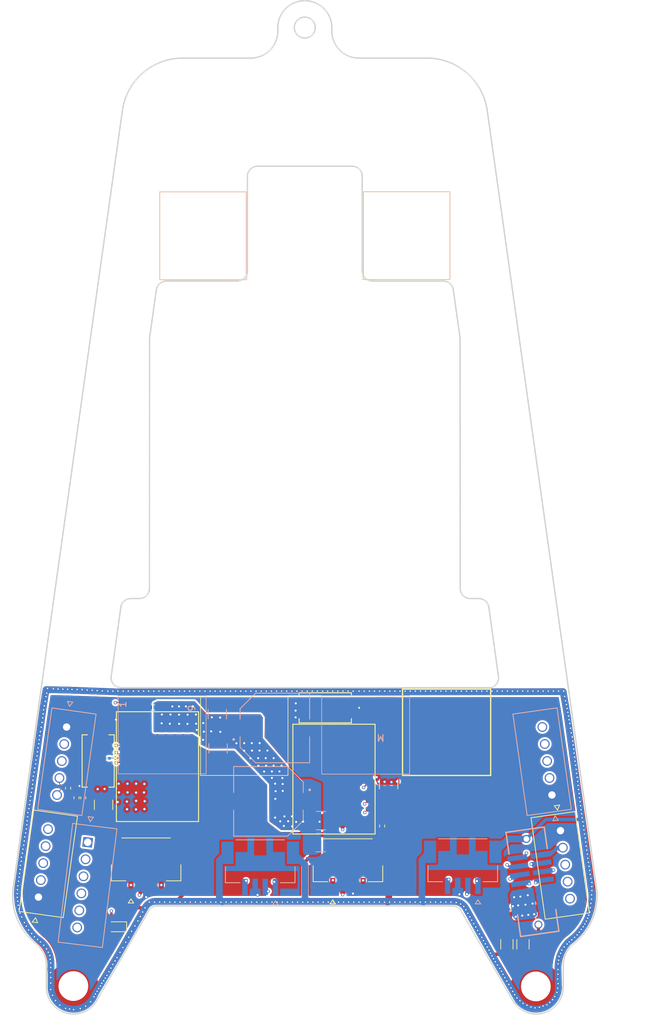
<source format=kicad_pcb>
(kicad_pcb (version 20240108) (generator "pcbnew") (generator_version "8.0")
  (layers (0 "F.Cu" signal) (1 "In1.Cu" power "VBAT.Cu") (2 "In2.Cu" signal "singal1.Cu") (3 "In3.Cu" signal "signal2.Cu") (4 "In4.Cu" power "+8V.Cu") (31 "B.Cu" signal) (34 "B.Paste" user) (35 "F.Paste" user) (36 "B.SilkS" user "B.Silkscreen") (37 "F.SilkS" user "F.Silkscreen") (38 "B.Mask" user) (39 "F.Mask" user) (44 "Edge.Cuts" user))
  (net 0 "")
  (net 1 "GND")
  (net 2 "VBAT")
  (net 3 "+8V")
  (net 4 "Net-(D1-A)")
  (net 5 "PWM2")
  (net 6 "CAN L1")
  (net 7 "PWM4")
  (net 8 "GND_FUSE")
  (net 9 "PWM3")
  (net 10 "PWM1")
  (net 11 "CAN H1")
  (net 12 "Detach")
  (net 13 "servo")
  (net 14 "Net-(U1B-RT)")
  (net 15 "/power/IOUTMON")
  (net 16 "Net-(C17-Pad1)")
  (net 17 "/power/PWR_RUN")
  (net 18 "Net-(U1B-FB)")
  (net 19 "Net-(U2B-RT)")
  (net 20 "Net-(U2B-CTRL2)")
  (net 21 "Net-(U2B-FB)")
  (net 23 "Net-(U1B-CTRL1)")
  (net 24 "/power/PWR_SS")
  (net 28 "GND_Shield")
  (net 29 "/power/SYNC")
  (footprint "Resistor_SMD:R_0402_1005Metric" (layer "F.Cu") (at 91.69 134.37 90)
    (property "Reference" "R6" (hide yes))
    (property "Value" "60R")
  )
  (footprint "Capacitor_SMD:C_1206_3216Metric" (layer "F.Cu") (at 156.79 156.04 90)
    (property "Reference" "R17" (hide yes))
    (property "Value" "2M")
  )
  (footprint "Resistor_SMD:R_0402_1005Metric" (layer "F.Cu") (at 90.69 134.36 -90)
    (property "Reference" "R10" (hide yes))
    (property "Value" "60R")
  )
  (footprint "1719710105:MOLEX_1719710105" (layer "F.Cu") (at 85.063374 149.059263 -98)
    (property "Reference" "J2" (hide yes))
    (property "Value" "1719710105")
  )
  (footprint "Resistor_SMD:R_0201_0603Metric" (layer "F.Cu") (at 98.34 121.14 180)
    (property "Reference" "R4" (hide yes))
    (property "Value" "2.87k")
  )
  (footprint "Resistor_SMD:R_0402_1005Metric" (layer "F.Cu") (at 135.94 138.53 90)
    (property "Reference" "R7" (hide yes))
    (property "Value" "2.8k")
  )
  (footprint "9774120360R:WA-SMSI_9774120360" (layer "F.Cu") (at 90.23 162.23)
    (property "Reference" "MP1" (hide yes))
    (property "Value" "WA-SMSI_9774XXX360")
    (property "VALUE" "M3 x 12mm" (hide yes))
  )
  (footprint "Resistor_SMD:R_0201_0603Metric" (layer "F.Cu") (at 136.3 135.4 180)
    (property "Reference" "R5" (hide yes))
    (property "Value" "124k")
  )
  (footprint "2132250430:MOLEX_2132250430" (layer "F.Cu") (at 130.88 144.13)
    (property "Reference" "J8" (hide yes))
    (property "Value" "2132250430")
  )
  (footprint "LTM8064IY_PBF:BGA108_16X11P9_ADI" (layer "F.Cu") (at 128.81 131.595 180)
    (property "Reference" "U2" (hide yes))
    (property "Value" "LTM8064IY#PBF")
  )
  (footprint "Capacitor_SMD:C_1206_3216Metric" (layer "F.Cu") (at 154.41 156.04 90)
    (property "Reference" "C12" (hide yes))
    (property "Value" "470pF")
  )
  (footprint "Capacitor_SMD:C_1210_3225Metric" (layer "F.Cu") (at 136.9 132.325 90)
    (property "Reference" "C5" (hide yes))
    (property "Value" "100uF")
  )
  (footprint "LTM8064IY_PBF:BGA108_16X11P9_ADI" (layer "F.Cu") (at 102.68 129.745)
    (property "Reference" "U1" (hide yes))
    (property "Value" "LTM8064IY#PBF")
  )
  (footprint "Resistor_SMD:R_0201_0603Metric" (layer "F.Cu") (at 95.86 151.94 90)
    (property "Reference" "R8" (hide yes))
    (property "Value" "100k")
  )
  (footprint "Resistor_SMD:R_0402_1005Metric" (layer "F.Cu") (at 89.45 132.94 90)
    (property "Reference" "R9" (hide yes))
    (property "Value" "120R")
  )
  (footprint "9774120360R:WA-SMSI_9774120360" (layer "F.Cu") (at 158.7 162.28)
    (property "Reference" "MP2" (hide yes))
    (property "Value" "WA-SMSI_9774XXX360")
    (property "VALUE" "M3 x 12mm" (hide yes))
  )
  (footprint "TRME157M016R0030:CAP_TRM-E-2917_AVX-L" (layer "F.Cu") (at 127.52 121.04 180)
    (property "Reference" "C4" (hide yes))
    (property "Value" "150uF")
  )
  (footprint "Resistor_SMD:R_0402_1005Metric" (layer "F.Cu") (at 102.12 120.98)
    (property "Reference" "R3" (hide yes))
    (property "Value" "374k")
  )
  (footprint "1719710105:MOLEX_1719710105" (layer "F.Cu") (at 162.340653 139.224363 98)
    (property "Reference" "J3" (hide yes))
    (property "Value" "1719710105" (hide yes))
  )
  (footprint "Capacitor_SMD:C_0201_0603Metric" (layer "F.Cu") (at 91.18 136.04 -90)
    (property "Reference" "C17" (hide yes))
    (property "Value" "100nF")
  )
  (footprint "Resistor_SMD:R_0201_0603Metric" (layer "F.Cu") (at 100.25 121.04)
    (property "Reference" "R2" (hide yes))
    (property "Value" "124k")
  )
  (footprint "TRME157M016R0030:CAP_TRM-E-2917_AVX-L" (layer "F.Cu") (at 93.9 128.91 90)
    (property "Reference" "C9" (hide yes))
    (property "Value" "150uF")
  )
  (footprint "Capacitor_SMD:C_1210_3225Metric" (layer "F.Cu") (at 94.7 135.39 90)
    (property "Reference" "C10" (hide yes))
    (property "Value" "100uF")
  )
  (footprint "2132250430:MOLEX_2132250430" (layer "F.Cu") (at 101 144)
    (property "Reference" "J6" (hide yes))
    (property "Value" "2132250430")
  )
  (footprint "LED_SMD:LED_0603_1608Metric" (layer "F.Cu") (at 96.63 153.45 180)
    (property "Reference" "D1" (hide yes))
    (property "Value" "NCD0603C1")
  )
  (footprint "2132250430:MOLEX_2132250430" (layer "B.Cu") (at 147.88 144.13 180)
    (property "Reference" "J9" (hide yes))
    (property "Value" "2132250430")
  )
  (footprint "TFM-107-02-L-D-WT:SAMTEC_TFM-107-02-L-D-WT" (layer "B.Cu") (at 158.188059 146.788397 98)
    (property "Reference" "J1" (hide yes))
    (property "Value" "TFM-107-02-L-D-WT")
  )
  (footprint "Capacitor_SMD:C_1210_3225Metric" (layer "B.Cu") (at 126.8762 140.9938)
    (property "Reference" "C2" (hide yes))
    (property "Value" "10u" (hide yes))
  )
  (footprint "Capacitor_SMD:C_1210_3225Metric" (layer "B.Cu") (at 111.54 121.97 90)
    (property "Reference" "C7" (hide yes))
    (property "Value" "10u" (hide yes))
  )
  (footprint "Resistor_SMD:R_0201_0603Metric" (layer "B.Cu") (at 95.22 128.51)
    (property "Reference" "R1" (hide yes))
    (property "Value" "124k")
  )
  (footprint "1719710106:MOLEX_1719710106" (layer "B.Cu") (at 92.347741 140.944663 83)
    (property "Reference" "J7" (hide yes))
    (property "Value" "1719710106")
  )
  (footprint "100SXV15MX:CAP_100SXV15MX" (layer "B.Cu") (at 119.11 134.88 180)
    (property "Reference" "C1" (hide yes))
    (property "Value" "15uf")
  )
  (footprint "1719710105:MOLEX_1719710105" (layer "B.Cu") (at 89.229347 123.884363 82)
    (property "Reference" "J4" (hide yes))
    (property "Value" "1719710105")
  )
  (footprint "2132250430:MOLEX_2132250430" (layer "B.Cu") (at 117.89 144.28 180)
    (property "Reference" "J10" (hide yes))
    (property "Value" "2132250430")
  )
  (footprint "Capacitor_SMD:C_1210_3225Metric" (layer "B.Cu") (at 126.8762 137.7338)
    (property "Reference" "C3" (hide yes))
    (property "Value" "10u" (hide yes))
  )
  (footprint "Capacitor_SMD:C_1210_3225Metric" (layer "B.Cu") (at 111.65 127.05 -90)
    (property "Reference" "C8" (hide yes))
    (property "Value" "10u" (hide yes))
  )
  (footprint "100SXV15MX:CAP_100SXV15MX" (layer "B.Cu") (at 120.06 124.02)
    (property "Reference" "C6" (hide yes))
    (property "Value" "15uf")
  )
  (footprint "1719710105:MOLEX_1719710105" (layer "B.Cu") (at 161.102372 133.977389 -82)
    (property "Reference" "J5" (hide yes))
    (property "Value" "1719710105")
  )
  (gr_line (start 157.88 118.66) (end 162.74 118.65) (stroke (width 1)) (layer "F.Cu") (net 28))
  (gr_arc (start 85.356758 155.659009) (mid 82.595946 151.983831) (end 82.036074 147.421424) (stroke (width 1)) (layer "F.Cu") (net 28))
  (gr_line (start 152.213086 157.632977) (end 148.426623 150.896053) (stroke (width 1)) (layer "F.Cu") (net 28))
  (gr_line (start 146.584313 149.683115) (end 102.37 149.68) (stroke (width 1)) (layer "F.Cu") (net 28))
  (gr_line (start 82.036074 147.421424) (end 85.77 120.96) (stroke (width 1)) (layer "F.Cu") (net 28))
  (gr_line (start 86.98 161.09) (end 87.03 162.1) (stroke (width 1)) (layer "F.Cu") (net 28))
  (gr_line (start 86.890109 159.652792) (end 86.98 161.09) (stroke (width 1)) (layer "F.Cu") (net 28))
  (gr_line (start 86.19 118.35) (end 89.31 118.41) (stroke (width 1)) (layer "F.Cu") (net 28))
  (gr_arc (start 100.83 150.65) (mid 101.473179 149.963655) (end 102.37 149.68) (stroke (width 1)) (layer "F.Cu") (net 28))
  (gr_line (start 96.843699 157.613621) (end 92.7763 164.366378) (stroke (width 1)) (layer "F.Cu") (net 28))
  (gr_line (start 85.77 120.96) (end 86.19 118.35) (stroke (width 1)) (layer "F.Cu") (net 28))
  (gr_line (start 89.31 118.41) (end 97.27 118.7) (stroke (width 1)) (layer "F.Cu") (net 28))
  (gr_line (start 97.27 118.7) (end 157.88 118.66) (stroke (width 1)) (layer "F.Cu") (net 28))
  (gr_arc (start 166.99 147.62) (mid 166.386891 152.177122) (end 163.47 155.73) (stroke (width 1)) (layer "F.Cu") (net 28))
  (gr_line (start 100.83 150.65) (end 100.83 150.65) (stroke (width 1)) (layer "F.Cu") (net 28))
  (gr_line (start 156.03 164.08) (end 152.213086 157.632977) (stroke (width 1)) (layer "F.Cu") (net 28))
  (gr_line (start 96.843699 157.613621) (end 100.83 150.65) (stroke (width 1)) (layer "F.Cu") (net 28))
  (gr_line (start 163.28 121.74) (end 166.99 147.62) (stroke (width 1)) (layer "F.Cu") (net 28))
  (gr_line (start 161.98 159.685) (end 161.87 162.68) (stroke (width 1)) (layer "F.Cu") (net 28))
  (gr_arc (start 146.584313 149.683115) (mid 147.673106 150.034972) (end 148.426673 150.896024) (stroke (width 1)) (layer "F.Cu") (net 28))
  (gr_line (start 163.28 121.74) (end 162.74 118.65) (stroke (width 1)) (layer "F.Cu") (net 28))
  (gr_arc (start 161.98 159.685) (mid 162.346807 157.56502) (end 163.47 155.73) (stroke (width 1)) (layer "F.Cu") (net 28))
  (gr_arc (start 85.356757 155.65901) (mid 86.599297 157.4732) (end 86.890109 159.652792) (stroke (width 1)) (layer "F.Cu") (net 28))
  (gr_line (start 93.4 163.44) (end 96.850613 157.610644) (stroke (width 1)) (layer "B.Cu") (net 28))
  (gr_line (start 96.850613 157.610644) (end 100.836914 150.647023) (stroke (width 1)) (layer "B.Cu") (net 28))
  (gr_line (start 161.98 159.685) (end 162.055153 162.502228) (stroke (width 1)) (layer "B.Cu") (net 28))
  (gr_line (start 157.88 118.66) (end 162.74 118.65) (stroke (width 1)) (layer "B.Cu") (net 28))
  (gr_line (start 97.27 118.7) (end 157.88 118.66) (stroke (width 1)) (layer "B.Cu") (net 28))
  (gr_arc (start 166.830325 147.503099) (mid 166.470451 151.932711) (end 163.78 155.47) (stroke (width 1)) (layer "B.Cu") (net 28))
  (gr_arc (start 84.850109 155.207792) (mid 82.489235 151.693452) (end 82.021431 147.485665) (stroke (width 1)) (layer "B.Cu") (net 28))
  (gr_line (start 152.47 158.12) (end 156.13 164.42) (stroke (width 1)) (layer "B.Cu") (net 28))
  (gr_line (start 146.591227 149.680138) (end 102.376914 149.677023) (stroke (width 1)) (layer "B.Cu") (net 28))
  (gr_arc (start 162.055153 162.502228) (mid 159.748725 165.488353) (end 156.13 164.42) (stroke (width 1)) (layer "B.Cu") (net 28))
  (gr_arc (start 84.850109 155.207792) (mid 86.31 156.65) (end 86.900369 158.615378) (stroke (width 1)) (layer "B.Cu") (net 28))
  (gr_line (start 86.19 118.35) (end 89.31 118.41) (stroke (width 1)) (layer "B.Cu") (net 28))
  (gr_arc (start 161.98 159.685) (mid 162.40161 157.373203) (end 163.78 155.47) (stroke (width 1)) (layer "B.Cu") (net 28))
  (gr_arc (start 146.591227 149.680138) (mid 147.68002 150.031995) (end 148.433587 150.893047) (stroke (width 1)) (layer "B.Cu") (net 28))
  (gr_line (start 163.28 121.73) (end 166.830325 147.503099) (stroke (width 1)) (layer "B.Cu") (net 28))
  (gr_line (start 85.76 120.95) (end 86.19 118.35) (stroke (width 1)) (layer "B.Cu") (net 28))
  (gr_arc (start 100.836914 150.647023) (mid 101.480093 149.960678) (end 102.376914 149.677023) (stroke (width 1)) (layer "B.Cu") (net 28))
  (gr_line (start 89.31 118.41) (end 97.27 118.7) (stroke (width 1)) (layer "B.Cu") (net 28))
  (gr_line (start 82.021431 147.485665) (end 85.76 120.95) (stroke (width 1)) (layer "B.Cu") (net 28))
  (gr_line (start 163.28 121.74) (end 162.74 118.65) (stroke (width 1)) (layer "B.Cu") (net 28))
  (gr_line (start 152.47 158.12) (end 148.433587 150.893047) (stroke (width 1)) (layer "B.Cu") (net 28))
  (gr_line (start 86.933678 162.13458) (end 86.922575 158.615378) (stroke (width 1)) (layer "B.Cu") (net 28))
  (gr_arc (start 93.4 163.44) (mid 89.599824 165.596157) (end 86.933678 162.13458) (stroke (width 1)) (layer "B.Cu") (net 28))
  (gr_rect (start 133.184092 44.64) (end 145.98 57.64) (stroke (width 0.1)) (fill none) (layer "B.SilkS"))
  (gr_rect (start 126.99 119.27) (end 140.01 130.85) (stroke (width 0.1)) (fill none) (layer "B.SilkS"))
  (gr_rect (start 96.86 119.26) (end 109.88 130.81) (stroke (width 0.1)) (fill none) (layer "B.SilkS"))
  (gr_rect (start 103.014751 44.665673) (end 115.810659 57.665673) (stroke (width 0.1)) (fill none) (layer "B.SilkS"))
  (gr_rect (start 132.973434 44.663729) (end 145.995092 57.663729) (stroke (width 0.1)) (fill none) (layer "F.SilkS"))
  (gr_rect (start 103.039184 44.663729) (end 115.995092 57.663729) (stroke (width 0.1)) (fill none) (layer "F.SilkS"))
  (gr_rect (start 109.056584 119.27) (end 122 131.05) (stroke (width 0.1)) (fill none) (layer "F.SilkS"))
  (gr_rect (start 138.96 118.27) (end 152.01 131.05) (stroke (width 0.2)) (fill none) (layer "F.SilkS"))
  (gr_arc (start 142.585957 24.863729) (mid 148.490488 27.071342) (end 151.498367 32.611171) (stroke (width 0.2)) (layer "Edge.Cuts"))
  (gr_arc (start 144.989537 57.863729) (mid 145.973626 58.231665) (end 146.47494 59.154971) (stroke (width 0.2)) (layer "Edge.Cuts"))
  (gr_circle (center 124.489136 20.35) (end 122.939136 20.35) (stroke (width 0.2)) (fill none) (layer "Edge.Cuts"))
  (gr_arc (start 97.254187 106.154965) (mid 97.754987 105.231071) (end 98.739588 104.863729) (stroke (width 0.2)) (layer "Edge.Cuts"))
  (gr_line (start 101.50969 66.30986) (end 102.515245 59.15496) (stroke (width 0.2)) (layer "Edge.Cuts"))
  (gr_arc (start 120.495092 20.863729) (mid 119.323519 23.692156) (end 116.495092 24.863729) (stroke (width 0.2)) (layer "Edge.Cuts"))
  (gr_line (start 104.000642 57.863729) (end 114.495092 57.863729) (stroke (width 0.2)) (layer "Edge.Cuts"))
  (gr_line (start 148.995093 104.863729) (end 150.252673 104.863729) (stroke (width 0.2)) (layer "Edge.Cuts"))
  (gr_arc (start 134.495093 57.863729) (mid 133.434432 57.424389) (end 132.995092 56.363728) (stroke (width 0.2)) (layer "Edge.Cuts"))
  (gr_line (start 99.995092 104.863729) (end 98.739588 104.863729) (stroke (width 0.2)) (layer "Edge.Cuts"))
  (gr_line (start 162.74815 159.11068) (end 162.74815 162.363729) (stroke (width 0.2)) (layer "Edge.Cuts"))
  (gr_line (start 115.995092 56.363729) (end 115.995092 42.363729) (stroke (width 0.2)) (layer "Edge.Cuts"))
  (gr_arc (start 162.74815 159.11068) (mid 163.153282 157.356564) (end 164.286612 155.957772) (stroke (width 0.2)) (layer "Edge.Cuts"))
  (gr_arc (start 115.995092 56.363729) (mid 115.555752 57.424389) (end 114.495092 57.863729) (stroke (width 0.2)) (layer "Edge.Cuts"))
  (gr_line (start 102.655064 150.363729) (end 146.33512 150.363729) (stroke (width 0.2)) (layer "Edge.Cuts"))
  (gr_arc (start 146.33512 150.363729) (mid 147.08512 150.564691) (end 147.634158 151.113729) (stroke (width 0.2)) (layer "Edge.Cuts"))
  (gr_line (start 101.356051 151.113685) (end 93.706135 164.36373) (stroke (width 0.2)) (layer "Edge.Cuts"))
  (gr_arc (start 90.242034 166.363729) (mid 87.413606 165.192157) (end 86.242034 162.363729) (stroke (width 0.2)) (layer "Edge.Cuts"))
  (gr_line (start 106.404232 24.863729) (end 116.495092 24.863729) (stroke (width 0.2)) (layer "Edge.Cuts"))
  (gr_arc (start 120.495092 20.363729) (mid 124.495092 16.363729) (end 128.495092 20.363729) (stroke (width 0.2)) (layer "Edge.Cuts"))
  (gr_arc (start 162.74815 162.363729) (mid 159.783426 166.227431) (end 155.284049 164.363729) (stroke (width 0.2)) (layer "Edge.Cuts"))
  (gr_arc (start 84.703572 155.957772) (mid 85.836902 157.356564) (end 86.242034 159.11068) (stroke (width 0.2)) (layer "Edge.Cuts"))
  (gr_arc (start 148.995093 104.863729) (mid 147.934641 104.424598) (end 147.495092 103.364319) (stroke (width 0.2)) (layer "Edge.Cuts"))
  (gr_line (start 95.863018 116.154415) (end 97.254187 106.154965) (stroke (width 0.2)) (layer "Edge.Cuts"))
  (gr_arc (start 132.495092 24.863729) (mid 129.666665 23.692156) (end 128.495092 20.863729) (stroke (width 0.2)) (layer "Edge.Cuts"))
  (gr_line (start 97.306092 118.063729) (end 151.995092 118.063729) (stroke (width 0.2)) (layer "Edge.Cuts"))
  (gr_line (start 120.495092 20.863729) (end 120.495092 20.363729) (stroke (width 0.2)) (layer "Edge.Cuts"))
  (gr_arc (start 93.706135 164.36373) (mid 92.242034 165.827834) (end 90.242034 166.363729) (stroke (width 0.2)) (layer "Edge.Cuts"))
  (gr_arc (start 150.252673 104.863729) (mid 151.235981 105.231759) (end 151.735998 106.154972) (stroke (width 0.2)) (layer "Edge.Cuts"))
  (gr_line (start 132.495092 24.863729) (end 142.585957 24.863729) (stroke (width 0.2)) (layer "Edge.Cuts"))
  (gr_arc (start 167.660563 147.611171) (mid 167.092213 152.236654) (end 164.286612 155.957772) (stroke (width 0.2)) (layer "Edge.Cuts"))
  (gr_line (start 144.989537 57.863729) (end 134.495093 57.863729) (stroke (width 0.2)) (layer "Edge.Cuts"))
  (gr_line (start 147.495092 103.364319) (end 147.480494 66.30986) (stroke (width 0.2)) (layer "Edge.Cuts"))
  (gr_arc (start 97.306092 118.063729) (mid 96.109449 117.468168) (end 95.863018 116.154415) (stroke (width 0.2)) (layer "Edge.Cuts"))
  (gr_line (start 151.498367 32.611171) (end 167.660563 147.611171) (stroke (width 0.2)) (layer "Edge.Cuts"))
  (gr_line (start 131.495091 40.863729) (end 117.495092 40.863729) (stroke (width 0.2)) (layer "Edge.Cuts"))
  (gr_line (start 153.127149 116.151171) (end 151.735998 106.154972) (stroke (width 0.2)) (layer "Edge.Cuts"))
  (gr_line (start 147.480494 66.30986) (end 146.47494 59.154971) (stroke (width 0.2)) (layer "Edge.Cuts"))
  (gr_line (start 155.284049 164.363729) (end 147.634158 151.113729) (stroke (width 0.2)) (layer "Edge.Cuts"))
  (gr_line (start 86.242034 162.363729) (end 86.242034 159.11068) (stroke (width 0.2)) (layer "Edge.Cuts"))
  (gr_line (start 128.495092 20.863729) (end 128.495092 20.363729) (stroke (width 0.2)) (layer "Edge.Cuts"))
  (gr_arc (start 101.495092 103.36432) (mid 101.055543 104.424598) (end 99.995092 104.863729) (stroke (width 0.2)) (layer "Edge.Cuts"))
  (gr_arc (start 153.127149 116.154291) (mid 152.971332 117.352214) (end 151.995092 118.063729) (stroke (width 0.2)) (layer "Edge.Cuts"))
  (gr_arc (start 102.515245 59.15496) (mid 103.016558 58.231661) (end 104.000642 57.863729) (stroke (width 0.2)) (layer "Edge.Cuts"))
  (gr_line (start 132.995092 56.363728) (end 132.995092 42.36373) (stroke (width 0.2)) (layer "Edge.Cuts"))
  (gr_arc (start 97.491817 32.611171) (mid 100.4997 27.071343) (end 106.404232 24.863729) (stroke (width 0.2)) (layer "Edge.Cuts"))
  (gr_arc (start 115.995092 42.363729) (mid 116.434432 41.303069) (end 117.495092 40.863729) (stroke (width 0.2)) (layer "Edge.Cuts"))
  (gr_arc (start 101.356051 151.113685) (mid 101.905078 150.564664) (end 102.655064 150.363729) (stroke (width 0.2)) (layer "Edge.Cuts"))
  (gr_line (start 81.333917 147.580606) (end 97.491817 32.611171) (stroke (width 0.2)) (layer "Edge.Cuts"))
  (gr_arc (start 84.703572 155.957772) (mid 81.892183 152.22234) (end 81.333917 147.580606) (stroke (width 0.2)) (layer "Edge.Cuts"))
  (gr_line (start 101.495092 103.36432) (end 101.50932 66.30986) (stroke (width 0.2)) (layer "Edge.Cuts"))
  (gr_arc (start 131.495091 40.863729) (mid 132.555752 41.303069) (end 132.995092 42.36373) (stroke (width 0.2)) (layer "Edge.Cuts"))
  (segment (start 101.75 148.31) (end 101 149.06) (width 0.3) (layer "F.Cu") (net 1))
  (segment (start 99.53 120.64) (end 98.320001 120.64) (width 0.2) (layer "F.Cu") (net 1))
  (segment (start 101.75 147.27) (end 101.75 148.31) (width 0.3) (layer "F.Cu") (net 1))
  (segment (start 98.320001 120.64) (end 98.02 120.940001) (width 0.2) (layer "F.Cu") (net 1))
  (segment (start 131.63 147.4) (end 131.63 148.52) (width 0.2) (layer "F.Cu") (net 1))
  (segment (start 96.57 122.76) (end 96.54 122.79) (width 0.2) (layer "F.Cu") (net 1))
  (segment (start 98.02 121.14) (end 98.02 122.34) (width 0.2) (layer "F.Cu") (net 1))
  (segment (start 131.63 148.52) (end 131.62 148.53) (width 0.2) (layer "F.Cu") (net 1))
  (segment (start 97.6 122.76) (end 96.57 122.76) (width 0.2) (layer "F.Cu") (net 1))
  (segment (start 98.02 122.34) (end 97.6 122.76) (width 0.2) (layer "F.Cu") (net 1))
  (segment (start 98.02 120.940001) (end 98.02 121.14) (width 0.2) (layer "F.Cu") (net 1))
  (segment (start 99.93 121.04) (end 99.53 120.64) (width 0.2) (layer "F.Cu") (net 1))
  (via (at 131.62 148.53) (size 0.5) (drill 0.3) (layers "F.Cu" "B.Cu") (net 1))
  (via (at 117.5 148.73) (size 0.5) (drill 0.3) (layers "F.Cu" "B.Cu") (net 1))
  (via (at 147.39 148.64) (size 0.5) (drill 0.3) (layers "F.Cu" "B.Cu") (net 1))
  (via (at 123.15 120.38) (size 0.5) (drill 0.3) (layers "F.Cu" "B.Cu") (net 1))
  (via (at 101 149.06) (size 0.5) (drill 0.3) (layers "F.Cu" "B.Cu") (net 1))
  (via (at 96.54 122.79) (size 0.5) (drill 0.3) (layers "F.Cu" "B.Cu") (net 1))
  (via (at 123.13 121.45) (size 0.5) (drill 0.3) (layers "F.Cu" "B.Cu") (net 1))
  (via (at 123.13 122.45) (size 0.5) (drill 0.3) (layers "F.Cu" "B.Cu") (net 1))
  (segment (start 147.13 147.4) (end 147.13 148.38) (width 0.2) (layer "B.Cu") (net 1))
  (segment (start 117.14 148.37) (end 117.5 148.73) (width 0.2) (layer "B.Cu") (net 1))
  (segment (start 117.14 147.55) (end 117.14 148.37) (width 0.2) (layer "B.Cu") (net 1))
  (arc (start 147.13 148.38) (mid 147.206152 148.563848) (end 147.39 148.64) (width 0.2) (layer "B.Cu") (net 1))
  (segment (start 102.63 122.71) (end 102.68 122.76) (width 0.2) (layer "F.Cu") (net 2))
  (segment (start 130.13 148.66) (end 130.1 148.69) (width 0.2) (layer "F.Cu") (net 2))
  (segment (start 100.25 148.51) (end 100.01 148.75) (width 0.3) (layer "F.Cu") (net 2))
  (segment (start 130.13 147.4) (end 130.13 148.66) (width 0.2) (layer "F.Cu") (net 2))
  (segment (start 100.25 147.27) (end 100.25 148.51) (width 0.3) (layer "F.Cu") (net 2))
  (segment (start 102.63 120.98) (end 102.63 122.71) (width 0.2) (layer "F.Cu") (net 2))
  (via (at 107.14 122.06) (size 0.5) (drill 0.3) (layers "F.Cu" "B.Cu") (net 2))
  (via (at 155.71 151.97) (size 0.5) (drill 0.3) (layers "F.Cu" "B.Cu") (net 2))
  (via (at 120.17 133.38) (size 0.5) (drill 0.3) (layers "F.Cu" "B.Cu") (net 2))
  (via (at 109.46 123.3) (size 0.5) (drill 0.3) (layers "F.Cu" "B.Cu") (net 2))
  (via (at 107.92 120.81) (size 0.5) (drill 0.3) (layers "F.Cu" "B.Cu") (net 2))
  (via (at 130.1 148.69) (size 0.5) (drill 0.3) (layers "F.Cu" "B.Cu") (net 2))
  (via (at 120.1 132.27) (size 0.5) (drill 0.3) (layers "F.Cu" "B.Cu") (net 2))
  (via (at 105.88 122.05) (size 0.5) (drill 0.3) (layers "F.Cu" "B.Cu") (net 2))
  (via (at 115.52 126.27) (size 0.5) (drill 0.3) (layers "F.Cu" "B.Cu") (net 2))
  (via (at 110.73 122.45) (size 0.5) (drill 0.3) (layers "F.Cu" "B.Cu") (net 2))
  (via (at 122.62 138.58) (size 0.5) (drill 0.3) (layers "F.Cu" "B.Cu") (net 2))
  (via (at 118.96 127.37) (size 0.5) (drill 0.3) (layers "F.Cu" "B.Cu") (net 2))
  (via (at 158.44 151.59) (size 0.5) (drill 0.3) (layers "F.Cu" "B.Cu") (net 2))
  (via (at 117.79 127.37) (size 0.5) (drill 0.3) (layers "F.Cu" "B.Cu") (net 2))
  (via (at 157.16 150.18) (size 0.5) (drill 0.3) (layers "F.Cu" "B.Cu") (net 2))
  (via (at 119.88 128.49) (size 0.5) (drill 0.3) (layers "F.Cu" "B.Cu") (net 2))
  (via (at 156.68 151.8) (size 0.5) (drill 0.3) (layers "F.Cu" "B.Cu") (net 2))
  (via (at 156.41 148.98) (size 0.5) (drill 0.3) (layers "F.Cu" "B.Cu") (net 2))
  (via (at 104.51 123.4) (size 0.5) (drill 0.3) (layers "F.Cu" "B.Cu") (net 2))
  (via (at 119.07 148.21) (size 0.5) (drill 0.3) (layers "F.Cu" "B.Cu") (net 2))
  (via (at 116.44 128.51) (size 0.5) (drill 0.3) (layers "F.Cu" "B.Cu") (net 2))
  (via (at 108.37 122.03) (size 0.5) (drill 0.3) (layers "F.Cu" "B.Cu") (net 2))
  (via (at 122.58 137.11) (size 0.5) (drill 0.3) (layers "F.Cu" "B.Cu") (net 2))
  (via (at 126.68 137.9) (size 0.5) (drill 0.3) (layers "F.Cu" "B.Cu") (net 2))
  (via (at 123.21 137.93) (size 0.5) (drill 0.3) (layers "F.Cu" "B.Cu") (net 2))
  (via (at 155.48 149.07) (size 0.5) (drill 0.3) (layers "F.Cu" "B.Cu") (net 2))
  (via (at 119.62 130.46) (size 0.5) (drill 0.3) (layers "F.Cu" "B.Cu") (net 2))
  (via (at 117.59 128.49) (size 0.5) (drill 0.3) (layers "F.Cu" "B.Cu") (net 2))
  (via (at 100.01 148.75) (size 0.5) (drill 0.3) (layers "F.Cu" "B.Cu") (net 2))
  (via (at 109.54 124.57) (size 0.5) (drill 0.3) (layers "F.Cu" "B.Cu") (net 2))
  (via (at 114.37 126.29) (size 0.5) (drill 0.3) (layers "F.Cu" "B.Cu") (net 2))
  (via (at 120.74 130.46) (size 0.5) (drill 0.3) (layers "F.Cu" "B.Cu") (net 2))
  (via (at 120.86 137.84) (size 0.5) (drill 0.3) (layers "F.Cu" "B.Cu") (net 2))
  (via (at 157.5 148.78) (size 0.5) (drill 0.3) (layers "F.Cu" "B.Cu") (net 2))
  (via (at 111.98 124.6) (size 0.5) (drill 0.3) (layers "F.Cu" "B.Cu") (net 2))
  (via (at 119.62 131.42) (size 0.5) (drill 0.3) (layers "F.Cu" "B.Cu") (net 2))
  (via (at 121.05 129.59) (size 0.5) (drill 0.3) (layers "F.Cu" "B.Cu") (net 2))
  (via (at 115.52 127.39) (size 0.5) (drill 0.3) (layers "F.Cu" "B.Cu") (net 2))
  (via (at 118.76 129.59) (size 0.5) (drill 0.3) (layers "F.Cu" "B.Cu") (net 2))
  (via (at 105.89 123.41) (size 0.5) (drill 0.3) (layers "F.Cu" "B.Cu") (net 2))
  (via (at 104.88 120.84) (size 0.5) (drill 0.3) (layers "F.Cu" "B.Cu") (net 2))
  (via (at 103.33 122.03) (size 0.5) (drill 0.3) (layers "F.Cu" "B.Cu") (net 2))
  (via (at 121.17 131.44) (size 0.5) (drill 0.3) (layers "F.Cu" "B.Cu") (net 2))
  (via (at 121.39 138.53) (size 0.5) (drill 0.3) (layers "F.Cu" "B.Cu") (net 2))
  (via (at 121.48 137.11) (size 0.5) (drill 0.3) (layers "F.Cu" "B.Cu") (net 2))
  (via (at 116.67 127.37) (size 0.5) (drill 0.3) (layers "F.Cu" "B.Cu") (net 2))
  (via (at 116.64 126.27) (size 0.5) (drill 0.3) (layers "F.Cu" "B.Cu") (net 2))
  (via (at 110.63 124.52) (size 0.5) (drill 0.3) (layers "F.Cu" "B.Cu") (net 2))
  (via (at 124.25 137.89) (size 0.5) (drill 0.3) (layers "F.Cu" "B.Cu") (net 2))
  (via (at 117.61 129.61) (size 0.5) (drill 0.3) (layers "F.Cu" "B.Cu") (net 2))
  (via (at 155.29 150.41) (size 0.5) (drill 0.3) (layers "F.Cu" "B.Cu") (net 2))
  (via (at 109.44 125.78) (size 0.5) (drill 0.3) (layers "F.Cu" "B.Cu") (net 2))
  (via (at 118.47 130.48) (size 0.5) (drill 0.3) (layers "F.Cu" "B.Cu") (net 2))
  (via (at 157.58 151.69) (size 0.5) (drill 0.3) (layers "F.Cu" "B.Cu") (net 2))
  (via (at 105.87 120.84) (size 0.5) (drill 0.3) (layers "F.Cu" "B.Cu") (net 2))
  (via (at 156.08 150.29) (size 0.5) (drill 0.3) (layers "F.Cu" "B.Cu") (net 2))
  (via (at 119.88 129.59) (size 0.5) (drill 0.3) (layers "F.Cu" "B.Cu") (net 2))
  (via (at 120.13 134.51) (size 0.5) (drill 0.3) (layers "F.Cu" "B.Cu") (net 2))
  (via (at 148.48 148.62) (size 0.5) (drill 0.3) (layers "F.Cu" "B.Cu") (net 2))
  (via (at 117.81 126.27) (size 0.5) (drill 0.3) (layers "F.Cu" "B.Cu") (net 2))
  (via (at 104.6 122.03) (size 0.5) (drill 0.3) (layers "F.Cu" "B.Cu") (net 2))
  (via (at 122.03 137.83) (size 0.5) (drill 0.3) (layers "F.Cu" "B.Cu") (net 2))
  (via (at 118.71 128.49) (size 0.5) (drill 0.3) (layers "F.Cu" "B.Cu") (net 2))
  (via (at 120.1 137.29) (size 0.5) (drill 0.3) (layers "F.Cu" "B.Cu") (net 2))
  (via (at 121.22 133.34) (size 0.5) (drill 0.3) (layers "F.Cu" "B.Cu") (net 2))
  (via (at 121.21 132.32) (size 0.5) (drill 0.3) (layers "F.Cu" "B.Cu") (net 2))
  (via (at 111.96 122.48) (size 0.5) (drill 0.3) (layers "F.Cu" "B.Cu") (net 2))
  (via (at 158.21 150.02) (size 0.5) (drill 0.3) (layers "F.Cu" "B.Cu") (net 2))
  (via (at 106.89 120.83) (size 0.5) (drill 0.3) (layers "F.Cu" "B.Cu") (net 2))
  (via (at 107.12 123.42) (size 0.5) (drill 0.3) (layers "F.Cu" "B.Cu") (net 2))
  (via (at 103.3 123.33) (size 0.5) (drill 0.3) (layers "F.Cu" "B.Cu") (net 2))
  (via (at 108.5 124.32) (size 0.5) (drill 0.3) (layers "F.Cu" "B.Cu") (net 2))
  (via (at 108.41 123.39) (size 0.5) (drill 0.3) (layers "F.Cu" "B.Cu") (net 2))
  (segment (start 118.64 147.55) (end 118.64 147.78) (width 0.2) (layer "B.Cu") (net 2))
  (segment (start 111.65 125.575) (end 114.155 125.575) (width 0.3) (layer "B.Cu") (net 2))
  (segment (start 118.64 147.78) (end 119.07 148.21) (width 0.2) (layer "B.Cu") (net 2))
  (segment (start 148.63 147.4) (end 148.63 148.47) (width 0.2) (layer "B.Cu") (net 2))
  (segment (start 114.155 125.575) (end 115.71 124.02) (width 0.3) (layer "B.Cu") (net 2))
  (arc (start 148.63 148.47) (mid 148.586066 148.576066) (end 148.48 148.62) (width 0.2) (layer "B.Cu") (net 2))
  (segment (start 95.86 151.62) (end 95.86 151.13) (width 0.2) (layer "F.Cu") (net 3))
  (via (at 100.75 136.03) (size 0.5) (drill 0.3) (layers "F.Cu" "B.Cu") (net 3))
  (via (at 100.69 133.57) (size 0.5) (drill 0.3) (layers "F.Cu" "B.Cu") (net 3))
  (via (at 135.13 131.3) (size 0.5) (drill 0.3) (layers "F.Cu" "B.Cu") (net 3))
  (via (at 93.83 133.07) (size 0.5) (drill 0.3) (layers "F.Cu" "B.Cu") (net 3))
  (via (at 95.86 151.13) (size 0.5) (drill 0.3) (layers "F.Cu" "B.Cu") (net 3))
  (via (at 96.79 134.99) (size 0.5) (drill 0.3) (layers "F.Cu" "B.Cu") (net 3))
  (via (at 94.85 133.05) (size 0.5) (drill 0.3) (layers "F.Cu" "B.Cu") (net 3))
  (via (at 138.15 131.95) (size 0.5) (drill 0.3) (layers "F.Cu" "B.Cu") (net 3))
  (via (at 98.15 134.92) (size 0.5) (drill 0.3) (layers "F.Cu" "B.Cu") (net 3))
  (via (at 136.3 131.99) (size 0.5) (drill 0.3) (layers "F.Cu" "B.Cu") (net 3))
  (via (at 100.74 132.31) (size 0.5) (drill 0.3) (layers "F.Cu" "B.Cu") (net 3))
  (via (at 99.52 132.27) (size 0.5) (drill 0.3) (layers "F.Cu" "B.Cu") (net 3))
  (via (at 98.25 133.56) (size 0.5) (drill 0.3) (layers "F.Cu" "B.Cu") (net 3))
  (via (at 99.52 133.59) (size 0.5) (drill 0.3) (layers "F.Cu" "B.Cu") (net 3))
  (via (at 100.79 134.86) (size 0.5) (drill 0.3) (layers "F.Cu" "B.Cu") (net 3))
  (via (at 99.5 136.08) (size 0.5) (drill 0.3) (layers "F.Cu" "B.Cu") (net 3))
  (via (at 135.44 131.96) (size 0.5) (drill 0.3) (layers "F.Cu" "B.Cu") (net 3))
  (via (at 98.24 132.27) (size 0.5) (drill 0.3) (layers "F.Cu" "B.Cu") (net 3))
  (via (at 137.32 132.03) (size 0.5) (drill 0.3) (layers "F.Cu" "B.Cu") (net 3))
  (via (at 99.52 134.81) (size 0.5) (drill 0.3) (layers "F.Cu" "B.Cu") (net 3))
  (via (at 98.17 136.05) (size 0.5) (drill 0.3) (layers "F.Cu" "B.Cu") (net 3))
  (via (at 96.97 133.56) (size 0.5) (drill 0.3) (layers "F.Cu" "B.Cu") (net 3))
  (via (at 96.93 132.27) (size 0.5) (drill 0.3) (layers "F.Cu" "B.Cu") (net 3))
  (segment (start 160.803206 142.776794) (end 159.356118 142.776794) (width 0.5) (layer "B.Cu") (net 3))
  (segment (start 162.694153 141.739644) (end 161.840356 141.739644) (width 0.5) (layer "B.Cu") (net 3))
  (segment (start 161.840356 141.739644) (end 160.803206 142.776794) (width 0.5) (layer "B.Cu") (net 3))
  (segment (start 95.86 153.4575) (end 95.9025 153.5) (width 0.2) (layer "F.Cu") (net 4))
  (segment (start 95.86 152.26) (end 95.86 153.4575) (width 0.3) (layer "F.Cu") (net 4))
  (via (at 161.31 145.07) (size 0.5) (drill 0.3) (layers "F.Cu" "B.Cu") (net 5))
  (segment (start 161.087926 145.292074) (end 161.31 145.07) (width 0.2) (layer "B.Cu") (net 5))
  (segment (start 159.709619 145.292074) (end 161.087926 145.292074) (width 0.2) (layer "B.Cu") (net 5))
  (segment (start 91.69 133.86) (end 91.69 133.7) (width 0.1067) (layer "F.Cu") (net 6))
  (segment (start 90.14 132.43) (end 89.45 132.43) (width 0.1067) (layer "F.Cu") (net 6))
  (segment (start 91.28 133.29) (end 91.28 133.01) (width 0.1067) (layer "F.Cu") (net 6))
  (segment (start 90.45 132.74) (end 90.14 132.43) (width 0.1067) (layer "F.Cu") (net 6))
  (segment (start 91.69 133.7) (end 91.28 133.29) (width 0.1067) (layer "F.Cu") (net 6))
  (segment (start 88.168848 132.288848) (end 88.168848 131.430206) (width 0.1067) (layer "F.Cu") (net 6))
  (segment (start 89.45 132.43) (end 89.2 132.68) (width 0.1067) (layer "F.Cu") (net 6))
  (segment (start 89.2 132.68) (end 88.56 132.68) (width 0.1067) (layer "F.Cu") (net 6))
  (segment (start 91.01 132.74) (end 90.45 132.74) (width 0.1067) (layer "F.Cu") (net 6))
  (segment (start 91.28 133.01) (end 91.01 132.74) (width 0.1067) (layer "F.Cu") (net 6))
  (segment (start 88.56 132.68) (end 88.168848 132.288848) (width 0.1067) (layer "F.Cu") (net 6))
  (via (at 149.97 146.69) (size 0.5) (drill 0.3) (layers "F.Cu" "B.Cu") (net 6))
  (via (at 119.98 146.803067) (size 0.5) (drill 0.3) (layers "F.Cu" "B.Cu") (net 6))
  (via (at 128.653017 146.55) (size 0.5) (drill 0.3) (layers "F.Cu" "B.Cu") (net 6))
  (via (at 98.75 147.27) (size 0.5) (drill 0.3) (layers "F.Cu" "B.Cu") (net 6))
  (via (at 158.67 146.92) (size 0.5) (drill 0.3) (layers "F.Cu" "B.Cu") (net 6))
  (via (at 158.016483 144.16644) (size 0.5) (drill 0.3) (layers "F.Cu" "B.Cu") (net 7))
  (segment (start 158.148489 144.034434) (end 158.016483 144.16644) (width 0.2) (layer "B.Cu") (net 7))
  (segment (start 159.53287 144.034434) (end 158.148489 144.034434) (width 0.2) (layer "B.Cu") (net 7))
  (via (at 157.31 142.56) (size 0.5) (drill 0.3) (layers "F.Cu" "B.Cu") (net 9))
  (segment (start 156.615842 143.254158) (end 157.31 142.56) (width 0.2) (layer "B.Cu") (net 9))
  (segment (start 155.959499 143.254158) (end 156.615842 143.254158) (width 0.2) (layer "B.Cu") (net 9))
  (via (at 154.44 144.28) (size 0.5) (drill 0.3) (layers "F.Cu" "B.Cu") (net 10))
  (segment (start 156.136249 144.511798) (end 154.671798 144.511798) (width 0.2) (layer "B.Cu") (net 10))
  (segment (start 154.671798 144.511798) (end 154.44 144.28) (width 0.2) (layer "B.Cu") (net 10))
  (segment (start 89.15 132.99) (end 88.51 132.99) (width 0.1067) (layer "F.Cu") (net 11))
  (segment (start 90.69 133.85) (end 90.69 133.55) (width 0.1067) (layer "F.Cu") (net 11))
  (segment (start 89.45 133.29) (end 89.15 132.99) (width 0.1067) (layer "F.Cu") (net 11))
  (segment (start 90.36 133.05) (end 89.96 133.45) (width 0.1067) (layer "F.Cu") (net 11))
  (segment (start 90.97 133.14) (end 90.88 133.05) (width 0.1067) (layer "F.Cu") (net 11))
  (segment (start 90.88 133.05) (end 90.36 133.05) (width 0.1067) (layer "F.Cu") (net 11))
  (segment (start 88.51 132.99) (end 87.815348 133.684652) (width 0.1067) (layer "F.Cu") (net 11))
  (segment (start 89.96 133.45) (end 89.45 133.45) (width 0.1067) (layer "F.Cu") (net 11))
  (segment (start 90.69 133.55) (end 90.97 133.27) (width 0.1067) (layer "F.Cu") (net 11))
  (segment (start 90.97 133.27) (end 90.97 133.14) (width 0.1067) (layer "F.Cu") (net 11))
  (segment (start 89.45 133.45) (end 89.45 133.29) (width 0.1067) (layer "F.Cu") (net 11))
  (segment (start 87.815348 133.684652) (end 87.815348 133.945487) (width 0.1067) (layer "F.Cu") (net 11))
  (via (at 157.73 147.08) (size 0.5) (drill 0.3) (layers "F.Cu" "B.Cu") (net 11))
  (via (at 133.13 146.58) (size 0.5) (drill 0.3) (layers "F.Cu" "B.Cu") (net 11))
  (via (at 145.79 146.45) (size 0.5) (drill 0.3) (layers "F.Cu" "B.Cu") (net 11))
  (via (at 115.8 146.64) (size 0.5) (drill 0.3) (layers "F.Cu" "B.Cu") (net 11))
  (via (at 103.25 147.27) (size 0.5) (drill 0.3) (layers "F.Cu" "B.Cu") (net 11))
  (via (at 154.89 146.38) (size 0.5) (drill 0.3) (layers "F.Cu" "B.Cu") (net 12))
  (segment (start 155.702437 146.38) (end 154.89 146.38) (width 0.2) (layer "B.Cu") (net 12))
  (segment (start 156.312999 145.769438) (end 155.702437 146.38) (width 0.2) (layer "B.Cu") (net 12))
  (segment (start 96.51435 128.47435) (end 96.51 128.47) (width 0.1067) (layer "F.Cu") (net 14))
  (segment (start 98.23565 128.47435) (end 96.51435 128.47435) (width 0.1067) (layer "F.Cu") (net 14))
  (segment (start 98.87 127.84) (end 98.23565 128.47435) (width 0.1067) (layer "F.Cu") (net 14))
  (via (at 96.51 128.47) (size 0.5) (drill 0.3) (layers "F.Cu" "B.Cu") (net 14))
  (segment (start 95.58 128.47) (end 95.54 128.51) (width 0.1067) (layer "B.Cu") (net 14))
  (segment (start 96.51 128.47) (end 95.58 128.47) (width 0.1067) (layer "B.Cu") (net 14))
  (segment (start 133.89 136.04) (end 133.86 136.04) (width 0.1067) (layer "F.Cu") (net 15))
  (segment (start 96.74278 127.84) (end 96.572542 127.669762) (width 0.1067) (layer "F.Cu") (net 15))
  (segment (start 133.86 136.04) (end 133.37 136.53) (width 0.1067) (layer "F.Cu") (net 15))
  (segment (start 97.6 127.84) (end 96.74278 127.84) (width 0.1067) (layer "F.Cu") (net 15))
  (via (at 133.37 136.53) (size 0.5) (drill 0.3) (layers "F.Cu" "B.Cu") (net 15))
  (via (at 96.572542 127.669762) (size 0.5) (drill 0.3) (layers "F.Cu" "B.Cu") (net 15))
  (segment (start 91.68 134.87) (end 91.69 134.88) (width 0.1067) (layer "F.Cu") (net 16))
  (segment (start 90.69 134.87) (end 91.18 134.87) (width 0.1067) (layer "F.Cu") (net 16))
  (segment (start 91.18 134.87) (end 91.68 134.87) (width 0.1067) (layer "F.Cu") (net 16))
  (segment (start 91.18 135.72) (end 91.18 134.87) (width 0.1067) (layer "F.Cu") (net 16))
  (segment (start 99.969999 120.24) (end 96.49 120.24) (width 0.2) (layer "F.Cu") (net 17))
  (segment (start 100.57 120.840001) (end 99.969999 120.24) (width 0.2) (layer "F.Cu") (net 17))
  (segment (start 100.57 121.04) (end 101.55 121.04) (width 0.2) (layer "F.Cu") (net 17))
  (segment (start 130.08 139.05) (end 130.09 139.06) (width 0.2) (layer "F.Cu") (net 17))
  (segment (start 100.57 121.04) (end 100.57 120.840001) (width 0.2) (layer "F.Cu") (net 17))
  (segment (start 101.61 120.98) (end 101.61 122.56) (width 0.2) (layer "F.Cu") (net 17))
  (segment (start 130.08 138.58) (end 130.08 139.05) (width 0.2) (layer "F.Cu") (net 17))
  (segment (start 101.55 121.04) (end 101.61 120.98) (width 0.2) (layer "F.Cu") (net 17))
  (segment (start 96.49 120.24) (end 96.45 120.28) (width 0.2) (layer "F.Cu") (net 17))
  (segment (start 101.61 122.56) (end 101.41 122.76) (width 0.2) (layer "F.Cu") (net 17))
  (via (at 130.09 139.06) (size 0.5) (drill 0.3) (layers "F.Cu" "B.Cu") (net 17))
  (via (at 96.45 120.28) (size 0.5) (drill 0.3) (layers "F.Cu" "B.Cu") (net 17))
  (segment (start 98.66 122.55) (end 98.87 122.76) (width 0.2) (layer "F.Cu") (net 18))
  (segment (start 98.66 121.14) (end 98.66 122.55) (width 0.2) (layer "F.Cu") (net 18))
  (segment (start 133.25435 134.13435) (end 132.62 133.5) (width 0.1067) (layer "F.Cu") (net 19))
  (segment (start 134.71435 134.13435) (end 133.25435 134.13435) (width 0.1067) (layer "F.Cu") (net 19))
  (segment (start 135.98 135.4) (end 134.71435 134.13435) (width 0.1067) (layer "F.Cu") (net 19))
  (segment (start 133.89 137.31) (end 132.62 137.31) (width 0.1067) (layer "F.Cu") (net 20))
  (segment (start 135.94 139.04) (end 135.76565 139.21435) (width 0.1067) (layer "F.Cu") (net 21))
  (segment (start 133.25435 139.21435) (end 132.62 138.58) (width 0.1067) (layer "F.Cu") (net 21))
  (segment (start 135.76565 139.21435) (end 133.25435 139.21435) (width 0.1067) (layer "F.Cu") (net 21))
  (segment (start 97.6 124.03) (end 97.6 125.3) (width 0.1067) (layer "F.Cu") (net 23))
  (segment (start 97.6 124.03) (end 98.87 124.03) (width 0.1067) (layer "F.Cu") (net 23))
  (segment (start 96.58 126.57) (end 96.54 126.61) (width 0.1067) (layer "F.Cu") (net 24))
  (segment (start 133.89 134.77) (end 133.84 134.77) (width 0.1067) (layer "F.Cu") (net 24))
  (segment (start 133.84 134.77) (end 133.35 135.26) (width 0.1067) (layer "F.Cu") (net 24))
  (segment (start 97.6 126.57) (end 96.58 126.57) (width 0.1067) (layer "F.Cu") (net 24))
  (via (at 133.35 135.26) (size 0.5) (drill 0.3) (layers "F.Cu" "B.Cu") (net 24))
  (via (at 96.54 126.61) (size 0.5) (drill 0.3) (layers "F.Cu" "B.Cu") (net 24))
  (segment (start 156.79 157.515) (end 159.078767 155.226233) (width 0.5) (layer "F.Cu") (net 28))
  (segment (start 95.2 147.68) (end 98.17 150.65) (width 0.5) (layer "F.Cu") (net 28))
  (segment (start 98.17 150.65) (end 100.83 150.65) (width 0.5) (layer "F.Cu") (net 28))
  (segment (start 135.73 142.35) (end 136.93 143.55) (width 1) (layer "F.Cu") (net 28))
  (segment (start 105.85 142.22) (end 106.8 143.17) (width 0.5) (layer "F.Cu") (net 28))
  (segment (start 156.79 157.515) (end 152.331063 157.515) (width 0.5) (layer "F.Cu") (net 28))
  (segment (start 106.8 143.17) (end 106.8 148.36) (width 0.5) (layer "F.Cu") (net 28))
  (segment (start 126.03 142.35) (end 124.520451 143.859549) (width 0.5) (layer "F.Cu") (net 28))
  (segment (start 136.93 143.55) (end 136.93 149.64) (width 1) (layer "F.Cu") (net 28))
  (segment (start 159.078767 155.226233) (end 159.078767 153.126112) (width 0.5) (layer "F.Cu") (net 28))
  (segment (start 106.8 148.36) (end 105.48 149.68) (width 0.5) (layer "F.Cu") (net 28))
  (segment (start 136.93 149.64) (end 136.78 149.79) (width 1) (layer "F.Cu") (net 28))
  (segment (start 124.520451 143.859549) (end 124.520451 149.665299) (width 0.5) (layer "F.Cu") (net 28))
  (segment (start 95.2 143.17) (end 95.2 147.68) (width 0.5) (layer "F.Cu") (net 28))
  (segment (start 105.48 149.68) (end 102.37 149.68) (width 0.5) (layer "F.Cu") (net 28))
  (segment (start 96.15 142.22) (end 95.2 143.17) (width 0.5) (layer "F.Cu") (net 28))
  (segment (start 152.331063 157.515) (end 152.213086 157.632977) (width 0.5) (layer "F.Cu") (net 28))
  (via (at 144.643104 118.57) (size 0.4) (drill 0.2) (layers "F.Cu" "B.Cu") (net 28))
  (via (at 160.77 164.65) (size 0.4) (drill 0.2) (layers "F.Cu" "B.Cu") (net 28))
  (via (at 163.54 122.26) (size 0.4) (drill 0.2) (layers "F.Cu" "B.Cu") (net 28))
  (via (at 117.372431 149.8) (size 0.4) (drill 0.2) (layers "F.Cu" "B.Cu") (net 28))
  (via (at 164.72 130.738216) (size 0.4) (drill 0.2) (layers "F.Cu" "B.Cu") (net 28))
  (via (at 97.13 157.23) (size 0.4) (drill 0.2) (layers "F.Cu" "B.Cu") (net 28))
  (via (at 143.129548 118.57) (size 0.4) (drill 0.2) (layers "F.Cu" "B.Cu") (net 28))
  (via (at 162.07 158.4) (size 0.4) (drill 0.2) (layers "F.Cu" "B.Cu") (net 28))
  (via (at 109.047873 149.8) (size 0.4) (drill 0.2) (layers "F.Cu" "B.Cu") (net 28))
  (via (at 145.399882 118.57) (size 0.4) (drill 0.2) (layers "F.Cu" "B.Cu") (net 28))
  (via (at 137.048659 149.8) (size 0.4) (drill 0.2) (layers "F.Cu" "B.Cu") (net 28))
  (via (at 82.06 150.26) (size 0.4) (drill 0.2) (layers "F.Cu" "B.Cu") (net 28))
  (via (at 84.120109 132.96) (size 0.4) (drill 0.2) (layers "F.Cu" "B.Cu") (net 28))
  (via (at 81.990109 149.667792) (size 0.4) (drill 0.2) (layers "F.Cu" "B.Cu") (net 28))
  (via (at 83.17 139.56) (size 0.4) (drill 0.2) (layers "F.Cu" "B.Cu") (net 28))
  (via (at 86.87 162.74) (size 0.4) (drill 0.2) (layers "F.Cu" "B.Cu") (net 28))
  (via (at 149.94055 118.57) (size 0.4) (drill 0.2) (layers "F.Cu" "B.Cu") (net 28))
  (via (at 163.64 155.69) (size 0.4) (drill 0.2) (layers "F.Cu" "B.Cu") (net 28))
  (via (at 86.87 160.96) (size 0.4) (drill 0.2) (layers "F.Cu" "B.Cu") (net 28))
  (via (at 85.59 123.21) (size 0.4) (drill 0.2) (layers "F.Cu" "B.Cu") (net 28))
  (via (at 161.18 164.24) (size 0.4) (drill 0.2) (layers "F.Cu" "B.Cu") (net 28))
  (via (at 150.07 154.01) (size 0.4) (drill 0.2) (layers "F.Cu" "B.Cu") (net 28))
  (via (at 102.140216 118.57) (size 0.4) (drill 0.2) (layers "F.Cu" "B.Cu") (net 28))
  (via (at 90.26 165.71) (size 0.4) (drill 0.2) (layers "F.Cu" "B.Cu") (net 28))
  (via (at 96.085992 118.57) (size 0.4) (drill 0.2) (layers "F.Cu" "B.Cu") (net 28))
  (via (at 83.64 135.96) (size 0.4) (drill 0.2) (layers "F.Cu" "B.Cu") (net 28))
  (via (at 151.51 156.45) (size 0.4) (drill 0.2) (layers "F.Cu" "B.Cu") (net 28))
  (via (at 151.454106 118.57) (size 0.4) (drill 0.2) (layers "F.Cu" "B.Cu") (net 28))
  (via (at 163.32 156) (size 0.4) (drill 0.2) (layers "F.Cu" "B.Cu") (net 28))
  (via (at 85.819891 121.34) (size 0.4) (drill 0.2) (layers "F.Cu" "B.Cu") (net 28))
  (via (at 136.291881 149.8) (size 0.4) (drill 0.2) (layers "F.Cu" "B.Cu") (net 28))
  (via (at 166.56 144.502428) (size 0.4) (drill 0.2) (layers "F.Cu" "B.Cu") (net 28))
  (via (at 117.275776 118.57) (size 0.4) (drill 0.2) (layers "F.Cu" "B.Cu") (net 28))
  (via (at 151.78 156.91) (size 0.4) (drill 0.2) (layers "F.Cu" "B.Cu") (net 28))
  (via (at 100.14 151.93) (size 0.4) (drill 0.2) (layers "F.Cu" "B.Cu") (net 28))
  (via (at 134.80499 118.57) (size 0.4) (drill 0.2) (layers "F.Cu" "B.Cu") (net 28))
  (via (at 128.627446 118.57) (size 0.4) (drill 0.2) (layers "F.Cu" "B.Cu") (net 28))
  (via (at 82.980109 152.827792) (size 0.4) (drill 0.2) (layers "F.Cu" "B.Cu") (net 28))
  (via (at 161.98 159.785) (size 0.4) (drill 0.2) (layers "F.Cu" "B.Cu") (net 28))
  (via (at 96.07 159.02) (size 0.4) (drill 0.2) (layers "F.Cu" "B.Cu") (net 28))
  (via (at 84.470109 154.927792) (size 0.4) (drill 0.2) (layers "F.Cu" "B.Cu") (net 28))
  (via (at 148.93 151.98) (size 0.4) (drill 0.2) (layers "F.Cu" "B.Cu") (net 28))
  (via (at 157.39 165.05) (size 0.4) (drill 0.2) (layers "F.Cu" "B.Cu") (net 28))
  (via (at 162.96 119.35) (size 0.4) (drill 0.2) (layers "F.Cu" "B.Cu") (net 28))
  (via (at 130.237657 149.8) (size 0.4) (drill 0.2) (layers "F.Cu" "B.Cu") (net 28))
  (via (at 124.940211 149.8) (size 0.4) (drill 0.2) (layers "F.Cu" "B.Cu") (net 28))
  (via (at 127.870668 118.57) (size 0.4) (drill 0.2) (layers "F.Cu" "B.Cu") (net 28))
  (via (at 134.021547 149.8) (size 0.4) (drill 0.2) (layers "F.Cu" "B.Cu") (net 28))
  (via (at 103.750427 149.8) (size 0.4) (drill 0.2) (layers "F.Cu" "B.Cu") (net 28))
  (via (at 115.76222 118.57) (size 0.4) (drill 0.2) (layers "F.Cu" "B.Cu") (net 28))
  (via (at 155.27 163.02) (size 0.4) (drill 0.2) (layers "F.Cu" "B.Cu") (net 28))
  (via (at 102.993649 149.8) (size 0.4) (drill 0.2) (layers "F.Cu" "B.Cu") (net 28))
  (via (at 161.93 162.54) (size 0.4) (drill 0.2) (layers "F.Cu" "B.Cu") (net 28))
  (via (at 156.34 164.38) (size 0.4) (drill 0.2) (layers "F.Cu" "B.Cu") (net 28))
  (via (at 148.426994 118.57) (size 0.4) (drill 0.2) (layers "F.Cu" "B.Cu") (net 28))
  (via (at 108.951218 118.57) (size 0.4) (drill 0.2) (layers "F.Cu" "B.Cu") (net 28))
  (via (at 130.994435 149.8) (size 0.4) (drill 0.2) (layers "F.Cu" "B.Cu") (net 28))
  (via (at 139.318993 149.8) (size 0.4) (drill 0.2) (layers "F.Cu" "B.Cu") (net 28))
  (via (at 96.84277 118.57) (size 0.4) (drill 0.2) (layers "F.Cu" "B.Cu") (net 28))
  (via (at 109.804651 149.8) (size 0.4) (drill 0.2) (layers "F.Cu" "B.Cu") (net 28))
  (via (at 118.885987 149.8) (size 0.4) (drill 0.2) (layers "F.Cu" "B.Cu") (net 28))
  (via (at 131.751213 149.8) (size 0.4) (drill 0.2) (layers "F.Cu" "B.Cu") (net 28))
  (via (at 84.420109 130.56) (size 0.4) (drill 0.2) (layers "F.Cu" "B.Cu") (net 28))
  (via (at 84.650109 129.36) (size 0.4) (drill 0.2) (layers "F.Cu" "B.Cu") (net 28))
  (via (at 164.81 131.33666) (size 0.4) (drill 0.2) (layers "F.Cu" "B.Cu") (net 28))
  (via (at 155.56 163.5) (size 0.4) (drill 0.2) (layers "F.Cu" "B.Cu") (net 28))
  (via (at 162.9 156.44) (size 0.4) (drill 0.2) (layers "F.Cu" "B.Cu") (net 28))
  (via (at 134.048212 118.57) (size 0.4) (drill 0.2) (layers "F.Cu" "B.Cu") (net 28))
  (via (at 87.27 118.22) (size 0.4) (drill 0.2) (layers "F.Cu" "B.Cu") (net 28))
  (via (at 94.71 161.44) (size 0.4) (drill 0.2) (layers "F.Cu" "B.Cu") (net 28))
  (via (at 154.39 161.48) (size 0.4) (drill 0.2) (layers "F.Cu" "B.Cu") (net 28))
  (via (at 86.87 158.811919) (size 0.4) (drill 0.2) (layers "F.Cu" "B.Cu") (net 28))
  (via (at 164.94 132.533548) (size 0.4) (drill 0.2) (layers "F.Cu" "B.Cu") (net 28))
  (via (at 83.46 137.16) (size 0.4) (drill 0.2) (layers "F.Cu" "B.Cu") (net 28))
  (via (at 152.210884 118.57) (size 0.4) (drill 0.2) (layers "F.Cu" "B.Cu") (net 28))
  (via (at 149.8 153.49) (size 0.4) (drill 0.2) (layers "F.Cu" "B.Cu") (net 28))
  (via (at 83.490109 136.56) (size 0.4) (drill 0.2) (layers "F.Cu" "B.Cu") (net 28))
  (via (at 114.248664 118.57) (size 0.4) (drill 0.2) (layers "F.Cu" "B.Cu") (net 28))
  (via (at 165.31 135.525768) (size 0.4) (drill 0.2) (layers "F.Cu" "B.Cu") (net 28))
  (via (at 85.350109 124.56) (size 0.4) (drill 0.2) (layers "F.Cu" "B.Cu") (net 28))
  (via (at 93.5 163.4) (size 0.4) (drill 0.2) (layers "F.Cu" "B.Cu") (net 28))
  (via (at 87.97 118.26) (size 0.4) (drill 0.2) (layers "F.Cu" "B.Cu") (net 28))
  (via (at 92.78 164.55) (size 0.4) (drill 0.2) (layers "F.Cu" "B.Cu") (net 28))
  (via (at 166.84 149.999235) (size 0.4) (drill 0.2) (layers "F.Cu" "B.Cu") (net 28))
  (via (at 153.61 160.03) (size 0.4) (drill 0.2) (layers "F.Cu" "B.Cu") (net 28))
  (via (at 82.880109 141.36) (size 0.4) (drill 0.2) (layers "F.Cu" "B.Cu") (net 28))
  (via (at 108.19444 118.57) (size 0.4) (drill 0.2) (layers "F.Cu" "B.Cu") (net 28))
  (via (at 167 148.093092) (size 0.4) (drill 0.2) (layers "F.Cu" "B.Cu") (net 28))
  (via (at 95.78 159.57) (size 0.4) (drill 0.2) (layers "F.Cu" "B.Cu") (net 28))
  (via (at 164.43 155.02) (size 0.4) (drill 0.2) (layers "F.Cu" "B.Cu") (net 28))
  (via (at 129.384224 118.57) (size 0.4) (drill 0.2) (layers "F.Cu" "B.Cu") (net 28))
  (via (at 162.540578 156.903075) (size 0.4) (drill 0.2) (layers "F.Cu" "B.Cu") (net 28))
  (via (at 166.77 150.634616) (size 0.4) (drill 0.2) (layers "F.Cu" "B.Cu") (net 28))
  (via (at 100.49 151.26) (size 0.4) (drill 0.2) (layers "F.Cu" "B.Cu") (net 28))
  (via (at 92.27 118.41) (size 0.4) (drill 0.2) (layers "F.Cu" "B.Cu") (net 28))
  (via (at 132.534656 118.57) (size 0.4) (drill 0.2) (layers "F.Cu" "B.Cu") (net 28))
  (via (at 116.615653 149.8) (size 0.4) (drill 0.2) (layers "F.Cu" "B.Cu") (net 28))
  (via (at 85.689891 122.54) (size 0.4) (drill 0.2) (layers "F.Cu" "B.Cu") (net 28))
  (via (at 165.42 153.84) (size 0.4) (drill 0.2) (layers "F.Cu" "B.Cu") (net 28))
  (via (at 139.345658 118.57) (size 0.4) (drill 0.2) (layers "F.Cu" "B.Cu") (net 28))
  (via (at 84.19 132.36) (size 0.4) (drill 0.2) (layers "F.Cu" "B.Cu") (net 28))
  (via (at 157.97 165.33) (size 0.4) (drill 0.2) (layers "F.Cu" "B.Cu") (net 28))
  (via (at 82.690109 142.56) (size 0.4) (drill 0.2) (layers "F.Cu" "B.Cu") (net 28))
  (via (at 166.08 140.911764) (size 0.4) (drill 0.2) (layers "F.Cu" "B.Cu") (net 28))
  (via (at 93.75 163) (size 0.4) (drill 0.2) (layers "F.Cu" "B.Cu") (net 28))
  (via (at 165.1 133.730436) (size 0.4) (drill 0.2) (layers "F.Cu" "B.Cu") (net 28))
  (via (at 161.99 161.86) (size 0.4) (drill 0.2) (layers "F.Cu" "B.Cu") (net 28))
  (via (at 98.41 155) (size 0.4) (drill 0.2) (layers "F.Cu" "B.Cu") (net 28))
  (via (at 88.68 118.28) (size 0.4) (drill 0.2) (layers "F.Cu" "B.Cu") (net 28))
  (via (at 108.291095 149.8) (size 0.4) (drill 0.2) (layers "F.Cu" "B.Cu") (net 28))
  (via (at 162.805776 118.57) (size 0.4) (drill 0.2) (layers "F.Cu" "B.Cu") (net 28))
  (via (at 82.76 141.96) (size 0.4) (drill 0.2) (layers "F.Cu" "B.Cu") (net 28))
  (via (at 87.58 164.37) (size 0.4) (drill 0.2) (layers "F.Cu" "B.Cu") (net 28))
  (via (at 100.836914 150.647023) (size 0.4) (drill 0.2) (layers "F.Cu" "B.Cu") (net 28))
  (via (at 81.920109 148.537792) (size 0.4) (drill 0.2) (layers "F.Cu" "B.Cu") (net 28))
  (via (at 115.858875 149.8) (size 0.4) (drill 0.2) (layers "F.Cu" "B.Cu") (net 28))
  (via (at 165.65 137.919544) (size 0.4) (drill 0.2) (layers "F.Cu" "B.Cu") (net 28))
  (via (at 81.92 149.1) (size 0.4) (drill 0.2) (layers "F.Cu" "B.Cu") (net 28))
  (via (at 166.24 142.108652) (size 0.4) (drill 0.2) (layers "F.Cu" "B.Cu") (net 28))
  (via (at 94.44 161.81) (size 0.4) (drill 0.2) (layers "F.Cu" "B.Cu") (net 28))
  (via (at 150.36 154.51) (size 0.4) (drill 0.2) (layers "F.Cu" "B.Cu") (net 28))
  (via (at 84.51 129.96) (size 0.4) (drill 0.2) (layers "F.Cu" "B.Cu") (net 28))
  (via (at 166.99 146.896204) (size 0.4) (drill 0.2) (layers "F.Cu" "B.Cu") (net 28))
  (via (at 118.129209 149.8) (size 0.4) (drill 0.2) (layers "F.Cu" "B.Cu") (net 28))
  (via (at 165.38 136.124212) (size 0.4) (drill 0.2) (layers "F.Cu" "B.Cu") (net 28))
  (via (at 85.47 123.91) (size 0.4) (drill 0.2) (layers "F.Cu" "B.Cu") (net 28))
  (via (at 121.156321 149.8) (size 0.4) (drill 0.2) (layers "F.Cu" "B.Cu") (net 28))
  (via (at 166.68 151.27) (size 0.4) (drill 0.2) (layers "F.Cu" "B.Cu") (net 28))
  (via (at 96.4 158.49) (size 0.4) (drill 0.2) (layers "F.Cu" "B.Cu") (net 28))
  (via (at 164.09 125.35222) (size 0.4) (drill 0.2) (layers "F.Cu" "B.Cu") (net 28))
  (via (at 126.357112 118.57) (size 0.4) (drill 0.2) (layers "F.Cu" "B.Cu") (net 28))
  (via (at 86.740109 157.707792) (size 0.4) (drill 0.2) (layers "F.Cu" "B.Cu") (net 28))
  (via (at 84.850109 128.16) (size 0.4) (drill 0.2) (layers "F.Cu" "B.Cu") (net 28))
  (via (at 115.005442 118.57) (size 0.4) (drill 0.2) (layers "F.Cu" "B.Cu") (net 28))
  (via (at 85.170109 125.76) (size 0.4) (drill 0.2) (layers "F.Cu" "B.Cu") (net 28))
  (via (at 122.573222 118.57) (size 0.4) (drill 0.2) (layers "F.Cu" "B.Cu") (net 28))
  (via (at 123.426655 149.8) (size 0.4) (drill 0.2) (layers "F.Cu" "B.Cu") (net 28))
  (via (at 166.17 152.62) (size 0.4) (drill 0.2) (layers "F.Cu" "B.Cu") (net 28))
  (via (at 127.967323 149.8) (size 0.4) (drill 0.2) (layers "F.Cu" "B.Cu") (net 28))
  (via (at 83.910109 134.16) (size 0.4) (drill 0.2) (layers "F.Cu" "B.Cu") (net 28))
  (via (at 130.89778 118.57) (size 0.4) (drill 0.2) (layers "F.Cu" "B.Cu") (net 28))
  (via (at 104.41055 118.57) (size 0.4) (drill 0.2) (layers "F.Cu" "B.Cu") (net 28))
  (via (at 111.221552 118.57) (size 0.4) (drill 0.2) (layers "F.Cu" "B.Cu") (net 28))
  (via (at 142.346105 149.8) (size 0.4) (drill 0.2) (layers "F.Cu" "B.Cu") (net 28))
  (via (at 118.032554 118.57) (size 0.4) (drill 0.2) (layers "F.Cu" "B.Cu") (net 28))
  (via (at 86.87 159.477792) (size 0.4) (drill 0.2) (layers "F.Cu" "B.Cu") (net 28))
  (via (at 163.61 122.8) (size 0.4) (drill 0.2) (layers "F.Cu" "B.Cu") (net 28))
  (via (at 159.021886 118.57) (size 0.4) (drill 0.2) (layers "F.Cu" "B.Cu") (net 28))
  (via (at 146.15666 118.57) (size 0.4) (drill 0.2) (layers "F.Cu" "B.Cu") (net 28))
  (via (at 91.26 165.55) (size 0.4) (drill 0.2) (layers "F.Cu" "B.Cu") (net 28))
  (via (at 106.020761 149.8) (size 0.4) (drill 0.2) (layers "F.Cu" "B.Cu") (net 28))
  (via (at 143.886326 118.57) (size 0.4) (drill 0.2) (layers "F.Cu" "B.Cu") (net 28))
  (via (at 81.95 147.97) (size 0.4) (drill 0.2) (layers "F.Cu" "B.Cu") (net 28))
  (via (at 155.9 163.98) (size 0.4) (drill 0.2) (layers "F.Cu" "B.Cu") (net 28))
  (via (at 111.97833 118.57) (size 0.4) (drill 0.2) (layers "F.Cu" "B.Cu") (net 28))
  (via (at 150.69 155.03) (size 0.4) (drill 0.2) (layers "F.Cu" "B.Cu") (net 28))
  (via (at 84.7 128.76) (size 0.4) (drill 0.2) (layers "F.Cu" "B.Cu") (net 28))
  (via (at 105.924106 118.57) (size 0.4) (drill 0.2) (layers "F.Cu" "B.Cu") (net 28))
  (via (at 165.55 137.3211) (size 0.4) (drill 0.2) (layers "F.Cu" "B.Cu") (net 28))
  (via (at 112.735108 118.57) (size 0.4) (drill 0.2) (layers "F.Cu" "B.Cu") (net 28))
  (via (at 162.36 157.38) (size 0.4) (drill 0.2) (layers "F.Cu" "B.Cu") (net 28))
  (via (at 115.102097 149.8) (size 0.4) (drill 0.2) (layers "F.Cu" "B.Cu") (net 28))
  (via (at 164.43 128.34444) (size 0.4) (drill 0.2) (layers "F.Cu" "B.Cu") (net 28))
  (via (at 158.265108 118.57) (size 0.4) (drill 0.2) (layers "F.Cu" "B.Cu") (net 28))
  (via (at 137.832102 118.57) (size 0.4) (drill 0.2) (layers "F.Cu" "B.Cu") (net 28))
  (via (at 84.01 133.56) (size 0.4) (drill 0.2) (layers "F.Cu" "B.Cu") (net 28))
  (via (at 127.11389 118.57) (size 0.4) (drill 0.2) (layers "F.Cu" "B.Cu") (net 28))
  (via (at 152.967662 118.57) (size 0.4) (drill 0.2) (layers "F.Cu" "B.Cu") (net 28))
  (via (at 83.380109 137.76) (size 0.4) (drill 0.2) (layers "F.Cu" "B.Cu") (net 28))
  (via (at 166.98 147.494648) (size 0.4) (drill 0.2) (layers "F.Cu" "B.Cu") (net 28))
  (via (at 141.615992 118.57) (size 0.4) (drill 0.2) (layers "F.Cu" "B.Cu") (net 28))
  (via (at 85.93 120.74) (size 0.4) (drill 0.2) (layers "F.Cu" "B.Cu") (net 28))
  (via (at 116.518998 118.57) (size 0.4) (drill 0.2) (layers "F.Cu" "B.Cu") (net 28))
  (via (at 166.74 145.699316) (size 0.4) (drill 0.2) (layers "F.Cu" "B.Cu") (net 28))
  (via (at 82.12 146.72) (size 0.4) (drill 0.2) (layers "F.Cu" "B.Cu") (net 28))
  (via (at 84.91 127.56) (size 0.4) (drill 0.2) (layers "F.Cu" "B.Cu") (net 28))
  (via (at 83.740109 135.36) (size 0.4) (drill 0.2) (layers "F.Cu" "B.Cu") (net 28))
  (via (at 149.5 152.98) (size 0.4) (drill 0.2) (layers "F.Cu" "B.Cu") (net 28))
  (via (at 141.589327 149.8) (size 0.4) (drill 0.2) (layers "F.Cu" "B.Cu") (net 28))
  (via (at 165.82 139.116432) (size 0.4) (drill 0.2) (layers "F.Cu" "B.Cu") (net 28))
  (via (at 161.486763 163.769891) (size 0.4) (drill 0.2) (layers "F.Cu" "B.Cu") (net 28))
  (via (at 88.22 165.04) (size 0.4) (drill 0.2) (layers "F.Cu" "B.Cu") (net 28))
  (via (at 130.141002 118.57) (size 0.4) (drill 0.2) (layers "F.Cu" "B.Cu") (net 28))
  (via (at 99.78 152.59) (size 0.4) (drill 0.2) (layers "F.Cu" "B.Cu") (net 28))
  (via (at 165.25 134.927324) (size 0.4) (drill 0.2) (layers "F.Cu" "B.Cu") (net 28))
  (via (at 107.534317 149.8) (size 0.4) (drill 0.2) (layers "F.Cu" "B.Cu") (net 28))
  (via (at 102.236871 149.8) (size 0.4) (drill 0.2) (layers "F.Cu" "B.Cu") (net 28))
  (via (at 164.21 126.549108) (size 0.4) (drill 0.2) (layers "F.Cu" "B.Cu") (net 28))
  (via (at 83.27 153.36) (size 0.4) (drill 0.2) (layers "F.Cu" "B.Cu") (net 28))
  (via (at 152.215 157.745) (size 0.4) (drill 0.2) (layers "F.Cu" "B.Cu") (net 28))
  (via (at 147.56 150.08) (size 0.4) (drill 0.2) (layers "F.Cu" "B.Cu") (net 28))
  (via (at 83.040109 140.16) (size 0.4) (drill 0.2) (layers "F.Cu" "B.Cu") (net 28))
  (via (at 157.50833 118.57) (size 0.4) (drill 0.2) (layers "F.Cu" "B.Cu") (net 28))
  (via (at 151.22 155.97) (size 0.4) (drill 0.2) (layers "F.Cu" "B.Cu") (net 28))
  (via (at 126.453767 149.8) (size 0.4) (drill 0.2) (layers "F.Cu" "B.Cu") (net 28))
  (via (at 84.31 131.16) (size 0.4) (drill 0.2) (layers "F.Cu" "B.Cu") (net 28))
  (via (at 123.33 118.57) (size 0.4) (drill 0.2) (layers "F.Cu" "B.Cu") (net 28))
  (via (at 87.15 163.6) (size 0.4) (drill 0.2) (layers "F.Cu" "B.Cu") (net 28))
  (via (at 164.9 131.935104) (size 0.4) (drill 0.2) (layers "F.Cu" "B.Cu") (net 28))
  (via (at 125.696989 149.8) (size 0.4) (drill 0.2) (layers "F.Cu" "B.Cu") (net 28))
  (via (at 153.83 160.49) (size 0.4) (drill 0.2) (layers "F.Cu" "B.Cu") (net 28))
  (via (at 93.75 118.49) (size 0.4) (drill 0.2) (layers "F.Cu" "B.Cu") (net 28))
  (via (at 125.600334 118.57) (size 0.4) (drill 0.2) (layers "F.Cu" "B.Cu") (net 28))
  (via (at 140.832549 149.8) (size 0.4) (drill 0.2) (layers "F.Cu" "B.Cu") (net 28))
  (via (at 99.34 153.32) (size 0.4) (drill 0.2) (layers "F.Cu" "B.Cu") (net 28))
  (via (at 149.183772 118.57) (size 0.4) (drill 0.2) (layers "F.Cu" "B.Cu") (net 28))
  (via (at 128.724101 149.8) (size 0.4) (drill 0.2) (layers "F.Cu" "B.Cu") (net 28))
  (via (at 165.16 134.32888) (size 0.4) (drill 0.2) (layers "F.Cu" "B.Cu") (net 28))
  (via (at 105.263983 149.8) (size 0.4) (drill 0.2) (layers "F.Cu" "B.Cu") (net 28))
  (via (at 159.77 165.18) (size 0.4) (drill 0.2) (layers "F.Cu" "B.Cu") (net 28))
  (via (at 93.28 163.81) (size 0.4) (drill 0.2) (layers "F.Cu" "B.Cu") (net 28))
  (via (at 90.03 118.32) (size 0.4) (drill 0.2) (layers "F.Cu" "B.Cu") (net 28))
  (via (at 164.81 154.65) (size 0.4) (drill 0.2) (layers "F.Cu" "B.Cu") (net 28))
  (via (at 94.51 118.53) (size 0.4) (drill 0.2) (layers "F.Cu" "B.Cu") (net 28))
  (via (at 153.01 159.11) (size 0.4) (drill 0.2) (layers "F.Cu" "B.Cu") (net 28))
  (via (at 93.97 162.59) (size 0.4) (drill 0.2) (layers "F.Cu" "B.Cu") (net 28))
  (via (at 146.913438 118.57) (size 0.4) (drill 0.2) (layers "F.Cu" "B.Cu") (net 28))
  (via (at 162.048998 118.57) (size 0.4) (drill 0.2) (layers "F.Cu" "B.Cu") (net 28))
  (via (at 95.329214 118.57) (size 0.4) (drill 0.2) (layers "F.Cu" "B.Cu") (net 28))
  (via (at 121.913099 149.8) (size 0.4) (drill 0.2) (layers "F.Cu" "B.Cu") (net 28))
  (via (at 148.63 151.46) (size 0.4) (drill 0.2) (layers "F.Cu" "B.Cu") (net 28))
  (via (at 89.08 165.53) (size 0.4) (drill 0.2) (layers "F.Cu" "B.Cu") (net 28))
  (via (at 86.4 118.17) (size 0.4) (drill 0.2) (layers "F.Cu" "B.Cu") (net 28))
  (via (at 148.33 150.94) (size 0.4) (drill 0.2) (layers "F.Cu" "B.Cu") (net 28))
  (via (at 133.291434 118.57) (size 0.4) (drill 0.2) (layers "F.Cu" "B.Cu") (net 28))
  (via (at 135.535103 149.8) (size 0.4) (drill 0.2) (layers "F.Cu" "B.Cu") (net 28))
  (via (at 94.95 161.05) (size 0.4) (drill 0.2) (layers "F.Cu" "B.Cu") (net 28))
  (via (at 111.318207 149.8) (size 0.4) (drill 0.2) (layers "F.Cu" "B.Cu") (net 28))
  (via (at 146.13 149.8) (size 0.4) (drill 0.2) (layers "F.Cu" "B.Cu") (net 28))
  (via (at 120.302888 118.57) (size 0.4) (drill 0.2) (layers "F.Cu" "B.Cu") (net 28))
  (via (at 84.240109 131.76) (size 0.4) (drill 0.2) (layers "F.Cu" "B.Cu") (net 28))
  (via (at 84.05 154.45) (size 0.4) (drill 0.2) (layers "F.Cu" "B.Cu") (net 28))
  (via (at 156.751552 118.57) (size 0.4) (drill 0.2) (layers "F.Cu" "B.Cu") (net 28))
  (via (at 119.54611 118.57) (size 0.4) (drill 0.2) (layers "F.Cu" "B.Cu") (net 28))
  (via (at 153.72444 118.57) (size 0.4) (drill 0.2) (layers "F.Cu" "B.Cu") (net 28))
  (via (at 106.680884 118.57) (size 0.4) (drill 0.2) (layers "F.Cu" "B.Cu") (net 28))
  (via (at 156.8 164.78) (size 0.4) (drill 0.2) (layers "F.Cu" "B.Cu") (net 28))
  (via (at 148.02 150.45) (size 0.4) (drill 0.2) (layers "F.Cu" "B.Cu") (net 28))
  (via (at 86.049891 120.09) (size 0.4) (drill 0.2) (layers "F.Cu" "B.Cu") (net 28))
  (via (at 150.94 155.5) (size 0.4) (drill 0.2) (layers "F.Cu" "B.Cu") (net 28))
  (via (at 82.360109 144.96) (size 0.4) (drill 0.2) (layers "F.Cu" "B.Cu") (net 28))
  (via (at 160.33 165.02) (size 0.4) (drill 0.2) (layers "F.Cu" "B.Cu") (net 28))
  (via (at 166.39 143.30554) (size 0.4) (drill 0.2) (layers "F.Cu" "B.Cu") (net 28))
  (via (at 159.22 165.36) (size 0.4) (drill 0.2) (layers "F.Cu" "B.Cu") (net 28))
  (via (at 86.51 157.22) (size 0.4) (drill 0.2) (layers "F.Cu" "B.Cu") (net 28))
  (via (at 154.481218 118.57) (size 0.4) (drill 0.2) (layers "F.Cu" "B.Cu") (net 28))
  (via (at 136.318546 118.57) (size 0.4) (drill 0.2) (layers "F.Cu" "B.Cu") (net 28))
  (via (at 147.670216 118.57) (size 0.4) (drill 0.2) (layers "F.Cu" "B.Cu") (net 28))
  (via (at 165.01 133.131992) (size 0.4) (drill 0.2) (layers "F.Cu" "B.Cu") (net 28))
  (via (at 99.113104 118.57) (size 0.4) (drill 0.2) (layers "F.Cu" "B.Cu") (net 28))
  (via (at 140.859214 118.57) (size 0.4) (drill 0.2) (layers "F.Cu" "B.Cu") (net 28))
  (via (at 97.599548 118.57) (size 0.4) (drill 0.2) (layers "F.Cu" "B.Cu") (net 28))
  (via (at 138.58888 118.57) (size 0.4) (drill 0.2) (layers "F.Cu" "B.Cu") (net 28))
  (via (at 165.95 153.03) (size 0.4) (drill 0.2) (layers "F.Cu" "B.Cu") (net 28))
  (via (at 164.66 130.139772) (size 0.4) (drill 0.2) (layers "F.Cu" "B.Cu") (net 28))
  (via (at 83.35 138.36) (size 0.4) (drill 0.2) (layers "F.Cu" "B.Cu") (net 28))
  (via (at 85.24 125.16) (size 0.4) (drill 0.2) (layers "F.Cu" "B.Cu") (net 28))
  (via (at 164.15 125.950664) (size 0.4) (drill 0.2) (layers "F.Cu" "B.Cu") (net 28))
  (via (at 152.7 158.62) (size 0.4) (drill 0.2) (layers "F.Cu" "B.Cu") (net 28))
  (via (at 107.437662 118.57) (size 0.4) (drill 0.2) (layers "F.Cu" "B.Cu") (net 28))
  (via (at 85.84 156.19) (size 0.4) (drill 0.2) (layers "F.Cu" "B.Cu") (net 28))
  (via (at 83.600109 153.917792) (size 0.4) (drill 0.2) (layers "F.Cu" "B.Cu") (net 28))
  (via (at 118.789332 118.57) (size 0.4) (drill 0.2) (layers "F.Cu" "B.Cu") (net 28))
  (via (at 122.669877 149.8) (size 0.4) (drill 0.2) (layers "F.Cu" "B.Cu") (net 28))
  (via (at 85.358696 155.693865) (size 0.4) (drill 0.2) (layers "F.Cu" "B.Cu") (net 28))
  (via (at 158.58 165.45) (size 0.4) (drill 0.2) (layers "F.Cu" "B.Cu") (net 28))
  (via (at 166.32 142.707096) (size 0.4) (drill 0.2) (layers "F.Cu" "B.Cu") (net 28))
  (via (at 93.02 118.44) (size 0.4) (drill 0.2) (layers "F.Cu" "B.Cu") (net 28))
  (via (at 164.29 127.147552) (size 0.4) (drill 0.2) (layers "F.Cu" "B.Cu") (net 28))
  (via (at 154.69 161.99) (size 0.4) (drill 0.2) (layers "F.Cu" "B.Cu") (net 28))
  (via (at 82.180109 150.827792) (size 0.4) (drill 0.2) (layers "F.Cu" "B.Cu") (net 28))
  (via (at 97.55 156.53) (size 0.4) (drill 0.2) (layers "F.Cu" "B.Cu") (net 28))
  (via (at 164.5 128.942884) (size 0.4) (drill 0.2) (layers "F.Cu" "B.Cu") (net 28))
  (via (at 92.05 165.2) (size 0.4) (drill 0.2) (layers "F.Cu" "B.Cu") (net 28))
  (via (at 140.075771 149.8) (size 0.4) (drill 0.2) (layers "F.Cu" "B.Cu") (net 28))
  (via (at 99.869882 118.57) (size 0.4) (drill 0.2) (layers "F.Cu" "B.Cu") (net 28))
  (via (at 105.167328 118.57) (size 0.4) (drill 0.2) (layers "F.Cu" "B.Cu") (net 28))
  (via (at 120.399543 149.8) (size 0.4) (drill 0.2) (layers "F.Cu" "B.Cu") (net 28))
  (via (at 166.15 141.510208) (size 0.4) (drill 0.2) (layers "F.Cu" "B.Cu") (net 28))
  (via (at 109.707996 118.57) (size 0.4) (drill 0.2) (layers "F.Cu" "B.Cu") (net 28))
  (via (at 110.561429 149.8) (size 0.4) (drill 0.2) (layers "F.Cu" "B.Cu") (net 28))
  (via (at 164.35 127.745996) (size 0.4) (drill 0.2) (layers "F.Cu" "B.Cu") (net 28))
  (via (at 153.35 159.61) (size 0.4) (drill 0.2) (layers "F.Cu" "B.Cu") (net 28))
  (via (at 91.52 118.35) (size 0.4) (drill 0.2) (layers "F.Cu" "B.Cu") (net 28))
  (via (at 98.843764 154.128834) (size 0.4) (drill 0.2) (layers "F.Cu" "B.Cu") (net 28))
  (via (at 124.183433 149.8) (size 0.4) (drill 0.2) (layers "F.Cu" "B.Cu") (net 28))
  (via (at 82.96 140.76) (size 0.4) (drill 0.2) (layers "F.Cu" "B.Cu") (net 28))
  (via (at 124.843556 118.57) (size 0.4) (drill 0.2) (layers "F.Cu" "B.Cu") (net 28))
  (via (at 106.777539 149.8) (size 0.4) (drill 0.2) (layers "F.Cu" "B.Cu") (net 28))
  (via (at 98.356326 118.57) (size 0.4) (drill 0.2) (layers "F.Cu" "B.Cu") (net 28))
  (via (at 103.653772 118.57) (size 0.4) (drill 0.2) (layers "F.Cu" "B.Cu") (net 28))
  (via (at 82.575931 152.004328) (size 0.4) (drill 0.2) (layers "F.Cu" "B.Cu") (net 28))
  (via (at 164.019999 155.379999) (size 0.4) (drill 0.2) (layers "F.Cu" "B.Cu") (net 28))
  (via (at 134.778325 149.8) (size 0.4) (drill 0.2) (layers "F.Cu" "B.Cu") (net 28))
  (via (at 119.642765 149.8) (size 0.4) (drill 0.2) (layers "F.Cu" "B.Cu") (net 28))
  (via (at 90.78 118.33) (size 0.4) (drill 0.2) (layers "F.Cu" "B.Cu") (net 28))
  (via (at 113.588541 149.8) (size 0.4) (drill 0.2) (layers "F.Cu" "B.Cu") (net 28))
  (via (at 155.237996 118.57) (size 0.4) (drill 0.2) (layers "F.Cu" "B.Cu") (net 28))
  (via (at 165.47 136.722656) (size 0.4) (drill 0.2) (layers "F.Cu" "B.Cu") (net 28))
  (via (at 86.87 160.23) (size 0.4) (drill 0.2) (layers "F.Cu" "B.Cu") (net 28))
  (via (at 163.22 120.57) (size 0.4) (drill 0.2) (layers "F.Cu" "B.Cu") (net 28))
  (via (at 86.169891 119.39) (size 0.4) (drill 0.2) (layers "F.Cu" "B.Cu") (net 28))
  (via (at 82.38 144.36) (size 0.4) (drill 0.2) (layers "F.Cu" "B.Cu") (net 28))
  (via (at 95.2 160.65) (size 0.4) (drill 0.2) (layers "F.Cu" "B.Cu") (net 28))
  (via (at 101.383438 118.57) (size 0.4) (drill 0.2) (layers "F.Cu" "B.Cu") (net 28))
  (via (at 144.616439 149.8) (size 0.4) (drill 0.2) (layers "F.Cu" "B.Cu") (net 28))
  (via (at 127.210545 149.8) (size 0.4) (drill 0.2) (layers "F.Cu" "B.Cu") (net 28))
  (via (at 159.778664 118.57) (size 0.4) (drill 0.2) (layers "F.Cu" "B.Cu") (net 28))
  (via (at 163.71 123.36) (size 0.4) (drill 0.2) (layers "F.Cu" "B.Cu") (net 28))
  (via (at 85.75 121.94) (size 0.4) (drill 0.2) (layers "F.Cu" "B.Cu") (net 28))
  (via (at 166.95 148.728473) (size 0.4) (drill 0.2) (layers "F.Cu" "B.Cu") (net 28))
  (via (at 166.66 145.100872) (size 0.4) (drill 0.2) (layers "F.Cu" "B.Cu") (net 28))
  (via (at 121.816444 118.57) (size 0.4) (drill 0.2) (layers "F.Cu" "B.Cu") (net 28))
  (via (at 165.71 153.45) (size 0.4) (drill 0.2) (layers "F.Cu" "B.Cu") (net 28))
  (via (at 140.102436 118.57) (size 0.4) (drill 0.2) (layers "F.Cu" "B.Cu") (net 28))
  (via (at 165.9 139.714876) (size 0.4) (drill 0.2) (layers "F.Cu" "B.Cu") (net 28))
  (via (at 161.98 158.94) (size 0.4) (drill 0.2) (layers "F.Cu" "B.Cu") (net 28))
  (via (at 166.85 146.29776) (size 0.4) (drill 0.2) (layers "F.Cu" "B.Cu") (net 28))
  (via (at 161.82 163.17) (size 0.4) (drill 0.2) (layers "F.Cu" "B.Cu") (net 28))
  (via (at 133.264769 149.8) (size 0.4) (drill 0.2) (layers "F.Cu" "B.Cu") (net 28))
  (via (at 143.102883 149.8) (size 0.4) (drill 0.2) (layers "F.Cu" "B.Cu") (net 28))
  (via (at 161.29222 118.57) (size 0.4) (drill 0.2) (layers "F.Cu" "B.Cu") (net 28))
  (via (at 86.28 118.87) (size 0.4) (drill 0.2) (layers "F.Cu" "B.Cu") (net 28))
  (via (at 149.19 152.47) (size 0.4) (drill 0.2) (layers "F.Cu" "B.Cu") (net 28))
  (via (at 166.36 152.19) (size 0.4) (drill 0.2) (layers "F.Cu" "B.Cu") (net 28))
  (via (at 135.561768 118.57) (size 0.4) (drill 0.2) (layers "F.Cu" "B.Cu") (net 28))
  (via (at 86.260109 156.717792) (size 0.4) (drill 0.2) (layers "F.Cu" "B.Cu") (net 28))
  (via (at 154.1 160.98) (size 0.4) (drill 0.2) (layers "F.Cu" "B.Cu") (net 28))
  (via (at 110.464774 118.57) (size 0.4) (drill 0.2) (layers "F.Cu" "B.Cu") (net 28))
  (via (at 163.81 124.06) (size 0.4) (drill 0.2) (layers "F.Cu" "B.Cu") (net 28))
  (via (at 83.83 134.76) (size 0.4) (drill 0.2) (layers "F.Cu" "B.Cu") (net 28))
  (via (at 137.075324 118.57) (size 0.4) (drill 0.2) (layers "F.Cu" "B.Cu") (net 28))
  (via (at 86.87 161.79) (size 0.4) (drill 0.2) (layers "F.Cu" "B.Cu") (net 28))
  (via (at 104.507205 149.8) (size 0.4) (drill 0.2) (layers "F.Cu" "B.Cu") (net 28))
  (via (at 82.55 143.16) (size 0.4) (drill 0.2) (layers "F.Cu" "B.Cu") (net 28))
  (via (at 89.66 165.62) (size 0.4) (drill 0.2) (layers "F.Cu" "B.Cu") (net 28))
  (via (at 166.53 151.75) (size 0.4) (drill 0.2) (layers "F.Cu" "B.Cu") (net 28))
  (via (at 82.520109 143.76) (size 0.4) (drill 0.2) (layers "F.Cu" "B.Cu") (net 28))
  (via (at 132.507991 149.8) (size 0.4) (drill 0.2) (layers "F.Cu" "B.Cu") (net 28))
  (via (at 82.33 151.42) (size 0.4) (drill 0.2) (layers "F.Cu" "B.Cu") (net 28))
  (via (at 95.5 160.1) (size 0.4) (drill 0.2) (layers "F.Cu" "B.Cu") (net 28))
  (via (at 142.37277 118.57) (size 0.4) (drill 0.2) (layers "F.Cu" "B.Cu") (net 28))
  (via (at 151.99 157.35) (size 0.4) (drill 0.2) (layers "F.Cu" "B.Cu") (net 28))
  (via (at 85 126.96) (size 0.4) (drill 0.2) (layers "F.Cu" "B.Cu") (net 28))
  (via (at 83.250109 138.96) (size 0.4) (drill 0.2) (layers "F.Cu" "B.Cu") (net 28))
  (via (at 137.805437 149.8) (size 0.4) (drill 0.2) (layers "F.Cu" "B.Cu") (net 28))
  (via (at 121.059666 118.57) (size 0.4) (drill 0.2) (layers "F.Cu" "B.Cu") (net 28))
  (via (at 124.086778 118.57) (size 0.4) (drill 0.2) (layers "F.Cu" "B.Cu") (net 28))
  (via (at 163.43 121.71) (size 0.4) (drill 0.2) (layers "F.Cu" "B.Cu") (net 28))
  (via (at 84.93 155.32) (size 0.4) (drill 0.2) (layers "F.Cu" "B.Cu") (net 28))
  (via (at 97.97 155.75) (size 0.4) (drill 0.2) (layers "F.Cu" "B.Cu") (net 28))
  (via (at 145.373217 149.8) (size 0.4) (drill 0.2) (layers "F.Cu" "B.Cu") (net 28))
  (via (at 102.896994 118.57) (size 0.4) (drill 0.2) (layers "F.Cu" "B.Cu") (net 28))
  (via (at 166.01 140.31332) (size 0.4) (drill 0.2) (layers "F.Cu" "B.Cu") (net 28))
  (via (at 146.91 149.86) (size 0.4) (drill 0.2) (layers "F.Cu" "B.Cu") (net 28))
  (via (at 94.23 162.22) (size 0.4) (drill 0.2) (layers "F.Cu" "B.Cu") (net 28))
  (via (at 82.010109 147.382302) (size 0.4) (drill 0.2) (layers "F.Cu" "B.Cu") (net 28))
  (via (at 155.01 162.5) (size 0.4) (drill 0.2) (layers "F.Cu" "B.Cu") (net 28))
  (via (at 152.43 158.18) (size 0.4) (drill 0.2) (layers "F.Cu" "B.Cu") (net 28))
  (via (at 129.480879 149.8) (size 0.4) (drill 0.2) (layers "F.Cu" "B.Cu") (net 28))
  (via (at 96.69 158.01) (size 0.4) (drill 0.2) (layers "F.Cu" "B.Cu") (net 28))
  (via (at 138.562215 149.8) (size 0.4) (drill 0.2) (layers "F.Cu" "B.Cu") (net 28))
  (via (at 113.491886 118.57) (size 0.4) (drill 0.2) (layers "F.Cu" "B.Cu") (net 28))
  (via (at 165.75 138.517988) (size 0.4) (drill 0.2) (layers "F.Cu" "B.Cu") (net 28))
  (via (at 164.58 129.541328) (size 0.4) (drill 0.2) (layers "F.Cu" "B.Cu") (net 28))
  (via (at 166.95 149.363854) (size 0.4) (drill 0.2) (layers "F.Cu" "B.Cu") (net 28))
  (via (at 163.32 121.13) (size 0.4) (drill 0.2) (layers "F.Cu" "B.Cu") (net 28))
  (via (at 163.93 124.753776) (size 0.4) (drill 0.2) (layers "F.Cu" "B.Cu") (net 28))
  (via (at 155.994774 118.57) (size 0.4) (drill 0.2) (layers "F.Cu" "B.Cu") (net 28))
  (via (at 166.48 143.903984) (size 0.4) (drill 0.2) (layers "F.Cu" "B.Cu") (net 28))
  (via (at 163.09 120) (size 0.4) (drill 0.2) (layers "F.Cu" "B.Cu") (net 28))
  (via (at 89.38 118.3) (size 0.4) (drill 0.2) (layers "F.Cu" "B.Cu") (net 28))
  (via (at 82.200109 146.117792) (size 0.4) (drill 0.2) (layers "F.Cu" "B.Cu") (net 28))
  (via (at 160.535442 118.57) (size 0.4) (drill 0.2) (layers "F.Cu" "B.Cu") (net 28))
  (via (at 112.074985 149.8) (size 0.4) (drill 0.2) (layers "F.Cu" "B.Cu") (net 28))
  (via (at 114.345319 149.8) (size 0.4) (drill 0.2) (layers "F.Cu" "B.Cu") (net 28))
  (via (at 101.480093 149.8) (size 0.4) (drill 0.2) (layers "F.Cu" "B.Cu") (net 28))
  (via (at 131.654563 118.57) (size 0.4) (drill 0.2) (layers "F.Cu" "B.Cu") (net 28))
  (via (at 100.62666 118.57) (size 0.4) (drill 0.2) (layers "F.Cu" "B.Cu") (net 28))
  (via (at 150.697328 118.57) (size 0.4) (drill 0.2) (layers "F.Cu" "B.Cu") (net 28))
  (via (at 165.13 154.25) (size 0.4) (drill 0.2) (layers "F.Cu" "B.Cu") (net 28))
  (via (at 82.28 145.56) (size 0.4) (drill 0.2) (layers "F.Cu" "B.Cu") (net 28))
  (via (at 162.13 157.84) (size 0.4) (drill 0.2) (layers "F.Cu" "B.Cu") (net 28))
  (via (at 86.8 158.26) (size 0.4) (drill 0.2) (layers "F.Cu" "B.Cu") (net 28))
  (via (at 143.859661 149.8) (size 0.4) (drill 0.2) (layers "F.Cu" "B.Cu") (net 28))
  (via (at 85.11 126.36) (size 0.4) (drill 0.2) (layers "F.Cu" "B.Cu") (net 28))
  (via (at 112.831763 149.8) (size 0.4) (drill 0.2) (layers "F.Cu" "B.Cu") (net 28))
  (via (at 161.925 161.1825) (size 0.4) (drill 0.2) (layers "F.Cu" "B.Cu") (net 28))
  (via (at 161.96 160.47) (size 0.4) (drill 0.2) (layers "F.Cu" "B.Cu") (net 28))
  (segment (start 141.83 143.55) (end 141.83 149.6) (width 1) (layer "B.Cu") (net 28))
  (segment (start 165.55 137.3211) (end 165.3011 137.57) (width 0.5) (layer "B.Cu") (net 28))
  (segment (start 122.74 142.5) (end 124.520451 144.280451) (width 1) (layer "B.Cu") (net 28))
  (segment (start 141.83 149.6) (end 142.02 149.79) (width 1) (layer "B.Cu") (net 28))
  (segment (start 124.520451 144.280451) (end 124.520451 149.665299) (width 1) (layer "B.Cu") (net 28))
  (segment (start 157.297351 140.450682) (end 160.178033 137.57) (width 0.5) (layer "B.Cu") (net 28))
  (segment (start 152.73 142.35) (end 154.629318 140.450682) (width 1) (layer "B.Cu") (net 28))
  (segment (start 154.629318 140.450682) (end 157.297351 140.450682) (width 1) (layer "B.Cu") (net 28))
  (segment (start 165.3011 137.57) (end 160.178033 137.57) (width 0.5) (layer "B.Cu") (net 28))
  (segment (start 111.84 143.7) (end 111.84 149.31) (width 1) (layer "B.Cu") (net 28))
  (segment (start 111.84 149.31) (end 112.27 149.74) (width 1) (layer "B.Cu") (net 28))
  (segment (start 113.04 142.5) (end 111.84 143.7) (width 1) (layer "B.Cu") (net 28))
  (segment (start 143.03 142.35) (end 141.83 143.55) (width 1) (layer "B.Cu") (net 28))
  (segment (start 97.6 129.11) (end 96.651244 129.11) (width 0.2) (layer "F.Cu") (net 29))
  (segment (start 133.89 132.23) (end 133.795041 132.23) (width 0.2) (layer "F.Cu") (net 29))
  (segment (start 133.795041 132.23) (end 133.197391 132.82765) (width 0.2) (layer "F.Cu") (net 29))
  (segment (start 96.651244 129.11) (end 96.571338 129.189906) (width 0.2) (layer "F.Cu") (net 29))
  (via (at 133.197391 132.82765) (size 0.5) (drill 0.3) (layers "F.Cu" "B.Cu") (net 29))
  (via (at 96.571338 129.189906) (size 0.5) (drill 0.3) (layers "F.Cu" "B.Cu") (net 29))
  (zone (net 3) (net_name "+8V") (layer "F.Cu") (priority 6) (connect_pads yes (clearance 0.3)) (min_thickness 0.25) (fill yes (thermal_gap 0.5) (thermal_bridge_width 0.5))
    (polygon (pts (xy 128.34 119.44) (xy 128.35 123.07) (xy 129.01 123.07) (xy 129.47 123.45) (xy 129.47 123.84) (xy 129.47 123.9) (xy 129.47 128.86) (xy 129.48 130.01) (xy 129.7 130.3) (xy 134.42 130.3) (xy 135.28 132.46) (xy 138.51 132.47) (xy 138.49 128.95) (xy 138.47 119.67) (xy 138.08 119.45) (xy 131.72 119.45)))
  )
  (zone (net 3) (net_name "+8V") (layer "F.Cu") (priority 5) (connect_pads yes (clearance 0.3)) (min_thickness 0.25) (fill yes (thermal_gap 0.5) (thermal_bridge_width 0.5))
    (polygon (pts (xy 92.48 130.73) (xy 92.48 132.85) (xy 93.05 133.46) (xy 93.06 134.98) (xy 93.39 135.37) (xy 96.25 135.38) (xy 96.61 135.69) (xy 96.62 137.19) (xy 96.62 137.66) (xy 96.96 137.93) (xy 101.6 137.93) (xy 102 137.69) (xy 102.01 131.44) (xy 101.61 131.14) (xy 96.28 131.15) (xy 95.56 130.82)))
  )
  (zone (net 2) (net_name "VBAT") (layer "F.Cu") (priority 6) (connect_pads yes (clearance 0.3)) (min_thickness 0.25) (fill yes (thermal_gap 0.5) (thermal_bridge_width 0.5))
    (polygon (pts (xy 102.11 120.32) (xy 102.11 124.55) (xy 102.2 124.66) (xy 108.02 124.66) (xy 109.01 125.28) (xy 109.08 126.45) (xy 110.36 127.08) (xy 114.17 127.07) (xy 119.21 132.3) (xy 119.26 137.87) (xy 120.98 139.11) (xy 129.28 139.09) (xy 129.51 138.56) (xy 129.51 136.94) (xy 129.29 136.75) (xy 123 136.75) (xy 122.13 136.74) (xy 121.86 136.49) (xy 121.87 129.74) (xy 118.23 125.5) (xy 118.29 122.49) (xy 117.95 121.99) (xy 109.99 121.97) (xy 108.2 120.07) (xy 102.71 120.05)))
  )
  (zone (net 1) (net_name "GND") (layers "F.Cu" "In2.Cu" "In3.Cu" "B.Cu") (priority 5) (connect_pads yes (clearance 0.3)) (min_thickness 0.25) (fill yes (thermal_gap 0.5) (thermal_bridge_width 0.5))
    (polygon (pts (xy 84.730768 117.167138) (xy 79.450768 155.217138) (xy 86.300768 166.877138) (xy 161.760768 167.137138) (xy 169.160768 154.367138) (xy 163.980768 117.337138)))
  )
  (zone (net 2) (net_name "VBAT") (layer "B.Cu") (priority 6) (connect_pads yes (clearance 0.2)) (min_thickness 0.25) (fill yes (thermal_gap 0.5) (thermal_bridge_width 0.5))
    (polygon (pts (xy 155.13 148.12) (xy 154.83 148.68) (xy 155.21 151.88) (xy 155.74 152.51) (xy 158.39 152.24) (xy 158.9 151.71) (xy 158.35 147.82) (xy 158.11 147.61)))
  )
  (zone (net 3) (net_name "+8V") (layer "B.Cu") (priority 5) (connect_pads yes (clearance 0.2)) (min_thickness 0.25) (fill yes (thermal_gap 0.5) (thermal_bridge_width 0.5))
    (polygon (pts (xy 157.96 143.33) (xy 157.82 142.1) (xy 158.46 141.18) (xy 163.37 140.54) (xy 163.91 140.85) (xy 164.07 142.1) (xy 164.11 142.36) (xy 163.97 142.59) (xy 158.25 143.39)))
  )
  (zone (net 2) (net_name "VBAT") (layer "B.Cu") (priority 7) (connect_pads yes (clearance 0.3)) (min_thickness 0.25) (fill yes (thermal_gap 0.5) (thermal_bridge_width 0.5))
    (polygon (pts (xy 109.17 122.4) (xy 109.15 126.53) (xy 110.36 127.07) (xy 114.16 127.07) (xy 119.21 132.3) (xy 119.24 137.75) (xy 120.96 139.14) (xy 123.66 139.16) (xy 124.2 139.82) (xy 124.2 142.47) (xy 124.51 142.81) (xy 126.26 142.8) (xy 126.91 142.38) (xy 126.91 134.28) (xy 126.91 132.22) (xy 125.4 131.57) (xy 123.56 131.58) (xy 118.28 125.52) (xy 118.28 122.49) (xy 117.92 122.01) (xy 109.83 122.01)))
  )
  (zone (net 2) (net_name "VBAT") (layer "B.Cu") (priority 7) (connect_pads yes (clearance 0)) (min_thickness 0.25) (fill yes (thermal_gap 0.5) (thermal_bridge_width 0.5))
    (polygon (pts (xy 109.83 122.01) (xy 108.2 120.08) (xy 102.7 120.05) (xy 102.1 120.33) (xy 102.11 124.55) (xy 102.21 124.65) (xy 108 124.66) (xy 109.01 125.27) (xy 109.08 126.45) (xy 110.36 127.07)))
  )
)
</source>
